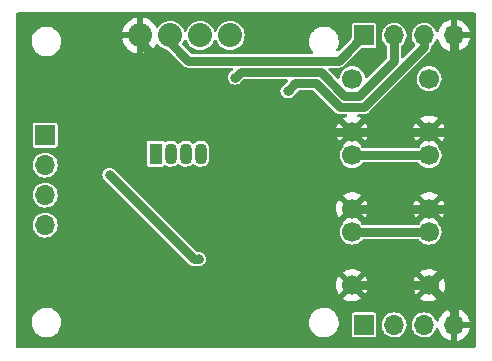
<source format=gbr>
%TF.GenerationSoftware,KiCad,Pcbnew,(6.0.1-0)*%
%TF.CreationDate,2022-03-07T18:18:46+09:00*%
%TF.ProjectId,qLAMP-lcd,714c414d-502d-46c6-9364-2e6b69636164,rev?*%
%TF.SameCoordinates,Original*%
%TF.FileFunction,Copper,L2,Bot*%
%TF.FilePolarity,Positive*%
%FSLAX46Y46*%
G04 Gerber Fmt 4.6, Leading zero omitted, Abs format (unit mm)*
G04 Created by KiCad (PCBNEW (6.0.1-0)) date 2022-03-07 18:18:46*
%MOMM*%
%LPD*%
G01*
G04 APERTURE LIST*
%TA.AperFunction,ComponentPad*%
%ADD10O,2.032000X2.032000*%
%TD*%
%TA.AperFunction,ComponentPad*%
%ADD11R,1.700000X1.700000*%
%TD*%
%TA.AperFunction,ComponentPad*%
%ADD12O,1.700000X1.700000*%
%TD*%
%TA.AperFunction,ComponentPad*%
%ADD13C,1.700000*%
%TD*%
%TA.AperFunction,ComponentPad*%
%ADD14R,1.064920X1.800000*%
%TD*%
%TA.AperFunction,ComponentPad*%
%ADD15O,1.064920X1.800000*%
%TD*%
%TA.AperFunction,ViaPad*%
%ADD16C,0.800000*%
%TD*%
%TA.AperFunction,Conductor*%
%ADD17C,0.762000*%
%TD*%
G04 APERTURE END LIST*
D10*
%TO.P,D2,4,SDA*%
%TO.N,SDA*%
X150600000Y-91260000D03*
%TO.P,D2,3,SCL*%
%TO.N,SCL*%
X148060000Y-91260000D03*
%TO.P,D2,2,VCC*%
%TO.N,VCC*%
X145520000Y-91260000D03*
%TO.P,D2,1,GND*%
%TO.N,GND*%
X142980000Y-91260000D03*
%TD*%
D11*
%TO.P,J1,1,Pin_1*%
%TO.N,VCC*%
X161940000Y-91260000D03*
D12*
%TO.P,J1,2,Pin_2*%
%TO.N,SCL*%
X164480000Y-91260000D03*
%TO.P,J1,3,Pin_3*%
%TO.N,SDA*%
X167020000Y-91260000D03*
%TO.P,J1,4,Pin_4*%
%TO.N,GND*%
X169560000Y-91260000D03*
%TD*%
D11*
%TO.P,J3,1,Pin_1*%
%TO.N,VCCL*%
X134940000Y-99700000D03*
D12*
%TO.P,J3,2,Pin_2*%
%TO.N,LED_R*%
X134940000Y-102240000D03*
%TO.P,J3,3,Pin_3*%
%TO.N,LED_G*%
X134940000Y-104779999D03*
%TO.P,J3,4,Pin_4*%
%TO.N,LED_B*%
X134940000Y-107320000D03*
%TD*%
D13*
%TO.P,SW3,1,1*%
%TO.N,TACT3*%
X160940000Y-107910000D03*
%TO.P,SW3,2,2*%
X167440000Y-107910000D03*
%TO.P,SW3,3,3*%
%TO.N,GND*%
X160940000Y-112410000D03*
%TO.P,SW3,4,4*%
X167440000Y-112410000D03*
%TD*%
D14*
%TO.P,D1,1,GK*%
%TO.N,Net-(D1-Pad1)*%
X144285005Y-101259996D03*
D15*
%TO.P,D1,2,BK*%
%TO.N,Net-(D1-Pad2)*%
X145555005Y-101259996D03*
%TO.P,D1,3,A*%
%TO.N,VCCL*%
X146825005Y-101259996D03*
%TO.P,D1,4,RK*%
%TO.N,Net-(D1-Pad4)*%
X148095005Y-101259996D03*
%TD*%
D13*
%TO.P,SW2,1,1*%
%TO.N,TACT2*%
X160940000Y-101410000D03*
%TO.P,SW2,2,2*%
X167440000Y-101410000D03*
%TO.P,SW2,3,3*%
%TO.N,GND*%
X160940000Y-105910000D03*
%TO.P,SW2,4,4*%
X167440000Y-105910000D03*
%TD*%
%TO.P,SW1,1,1*%
%TO.N,TACT1*%
X160940000Y-94910000D03*
%TO.P,SW1,2,2*%
X167440000Y-94910000D03*
%TO.P,SW1,3,3*%
%TO.N,GND*%
X160940000Y-99410000D03*
%TO.P,SW1,4,4*%
X167440000Y-99410000D03*
%TD*%
D11*
%TO.P,J2,1,Pin_1*%
%TO.N,TACT3*%
X161940000Y-115760000D03*
D12*
%TO.P,J2,2,Pin_2*%
%TO.N,TACT2*%
X164480000Y-115760000D03*
%TO.P,J2,3,Pin_3*%
%TO.N,TACT1*%
X167020000Y-115760000D03*
%TO.P,J2,4,Pin_4*%
%TO.N,GND*%
X169560000Y-115760000D03*
%TD*%
D16*
%TO.N,Net-(Q1-Pad1)*%
X147940000Y-110200000D03*
X140390000Y-103050000D03*
%TO.N,SCL*%
X151020000Y-94820000D03*
%TO.N,SDA*%
X155465774Y-95984226D03*
%TO.N,GND*%
X142840000Y-93290000D03*
X137090000Y-91290000D03*
X152320000Y-104110000D03*
X150110000Y-100770000D03*
X152320000Y-112030000D03*
X170590000Y-101760000D03*
X154480000Y-92110000D03*
X144210000Y-97970000D03*
X161030000Y-103520000D03*
X154080000Y-109200000D03*
X142470000Y-107400000D03*
X165540000Y-109260000D03*
X140360000Y-116570000D03*
X145570000Y-113490000D03*
X168350000Y-92710000D03*
X137990000Y-107780000D03*
X156440000Y-108070000D03*
X147530000Y-113260000D03*
X170310000Y-112740000D03*
X170710000Y-95910000D03*
X161140000Y-110140000D03*
X167870000Y-110380000D03*
X137450000Y-98400000D03*
X149760000Y-116670000D03*
X170650000Y-107500000D03*
X164530000Y-102650000D03*
X140280000Y-95180000D03*
X165180000Y-96200000D03*
X142760000Y-101050000D03*
X167470000Y-114180000D03*
X157470000Y-111360000D03*
X137180000Y-112680000D03*
X133750000Y-96320000D03*
X168140000Y-104290000D03*
X158890000Y-105820000D03*
X154910000Y-114600000D03*
X163600000Y-98170000D03*
X136860000Y-101130000D03*
X133950000Y-109090000D03*
X154200000Y-100740000D03*
X143890000Y-109950000D03*
X152350000Y-90850000D03*
X149520000Y-107910000D03*
X142980000Y-103630000D03*
%TD*%
D17*
%TO.N,Net-(Q1-Pad1)*%
X147940000Y-110200000D02*
X147540000Y-110200000D01*
X147540000Y-110200000D02*
X140390000Y-103050000D01*
%TO.N,VCC*%
X159809479Y-93390521D02*
X147050521Y-93390521D01*
X161940000Y-91260000D02*
X159809479Y-93390521D01*
X147050521Y-93390521D02*
X144920000Y-91260000D01*
%TO.N,SCL*%
X151484759Y-94355241D02*
X151020000Y-94820000D01*
X161533864Y-96343711D02*
X160278470Y-96343711D01*
X164480000Y-91260000D02*
X164480000Y-93397575D01*
X158290000Y-94355241D02*
X151484759Y-94355241D01*
X160278470Y-96343711D02*
X158290000Y-94355241D01*
X164480000Y-93397575D02*
X161533864Y-96343711D01*
%TO.N,SDA*%
X157890400Y-95319961D02*
X156130039Y-95319961D01*
X167020000Y-91260000D02*
X167020000Y-92221895D01*
X159878870Y-97308431D02*
X157890400Y-95319961D01*
X161933464Y-97308431D02*
X159878870Y-97308431D01*
X156130039Y-95319961D02*
X155465774Y-95984226D01*
X167020000Y-92221895D02*
X161933464Y-97308431D01*
%TO.N,TACT2*%
X167440000Y-101410000D02*
X160940000Y-101410000D01*
%TO.N,TACT3*%
X167440000Y-107910000D02*
X160940000Y-107910000D01*
%TO.N,GND*%
X145890000Y-109950000D02*
X147530000Y-111590000D01*
X142380000Y-91260000D02*
X150530000Y-99410000D01*
X169560000Y-99550000D02*
X169560000Y-91260000D01*
X167440000Y-105910000D02*
X169320000Y-105910000D01*
X169560000Y-105670000D02*
X169560000Y-99550000D01*
X169560000Y-110290000D02*
X169560000Y-105670000D01*
X169560000Y-114530000D02*
X167440000Y-112410000D01*
X169560000Y-115760000D02*
X169560000Y-114530000D01*
X147530000Y-111590000D02*
X147530000Y-113260000D01*
X169320000Y-105910000D02*
X169560000Y-105670000D01*
X150530000Y-99410000D02*
X160940000Y-99410000D01*
X167440000Y-99410000D02*
X169420000Y-99410000D01*
X160940000Y-105910000D02*
X167440000Y-105910000D01*
X160940000Y-112410000D02*
X167440000Y-112410000D01*
X167440000Y-112410000D02*
X169560000Y-110290000D01*
X143890000Y-109950000D02*
X145890000Y-109950000D01*
X169420000Y-99410000D02*
X169560000Y-99550000D01*
X160940000Y-99410000D02*
X167440000Y-99410000D01*
%TD*%
%TA.AperFunction,Conductor*%
%TO.N,GND*%
G36*
X171332121Y-89330002D02*
G01*
X171378614Y-89383658D01*
X171390000Y-89436000D01*
X171390000Y-117584000D01*
X171369998Y-117652121D01*
X171316342Y-117698614D01*
X171264000Y-117710000D01*
X132616000Y-117710000D01*
X132547879Y-117689998D01*
X132501386Y-117636342D01*
X132490000Y-117584000D01*
X132490000Y-115599438D01*
X133785066Y-115599438D01*
X133811883Y-115821044D01*
X133877519Y-116034400D01*
X133979901Y-116232759D01*
X133983310Y-116237201D01*
X133983312Y-116237205D01*
X134089036Y-116374987D01*
X134115790Y-116409854D01*
X134280893Y-116560086D01*
X134469990Y-116678707D01*
X134677105Y-116761966D01*
X134682593Y-116763103D01*
X134682598Y-116763104D01*
X134840053Y-116795711D01*
X134895690Y-116807233D01*
X134900303Y-116807499D01*
X134950526Y-116810395D01*
X134950530Y-116810395D01*
X134952349Y-116810500D01*
X135096630Y-116810500D01*
X135099417Y-116810251D01*
X135099423Y-116810251D01*
X135171792Y-116803792D01*
X135262339Y-116795711D01*
X135267753Y-116794230D01*
X135267758Y-116794229D01*
X135395104Y-116759390D01*
X135477651Y-116736808D01*
X135482709Y-116734396D01*
X135482713Y-116734394D01*
X135602393Y-116677309D01*
X135679129Y-116640708D01*
X135860405Y-116510448D01*
X135987987Y-116378794D01*
X136011846Y-116354174D01*
X136011848Y-116354171D01*
X136015749Y-116350146D01*
X136140250Y-116164868D01*
X136229974Y-115960471D01*
X136231282Y-115955023D01*
X136231284Y-115955017D01*
X136280775Y-115748872D01*
X136280775Y-115748871D01*
X136282085Y-115743415D01*
X136290386Y-115599438D01*
X157285066Y-115599438D01*
X157311883Y-115821044D01*
X157377519Y-116034400D01*
X157479901Y-116232759D01*
X157483310Y-116237201D01*
X157483312Y-116237205D01*
X157589036Y-116374987D01*
X157615790Y-116409854D01*
X157780893Y-116560086D01*
X157969990Y-116678707D01*
X158177105Y-116761966D01*
X158182593Y-116763103D01*
X158182598Y-116763104D01*
X158340053Y-116795711D01*
X158395690Y-116807233D01*
X158400303Y-116807499D01*
X158450526Y-116810395D01*
X158450530Y-116810395D01*
X158452349Y-116810500D01*
X158596630Y-116810500D01*
X158599417Y-116810251D01*
X158599423Y-116810251D01*
X158671792Y-116803792D01*
X158762339Y-116795711D01*
X158767753Y-116794230D01*
X158767758Y-116794229D01*
X158895104Y-116759390D01*
X158977651Y-116736808D01*
X158982709Y-116734396D01*
X158982713Y-116734394D01*
X159102393Y-116677309D01*
X159179129Y-116640708D01*
X159193942Y-116630064D01*
X160886300Y-116630064D01*
X160898119Y-116689480D01*
X160943140Y-116756860D01*
X160953455Y-116763752D01*
X160996024Y-116792195D01*
X161010520Y-116801881D01*
X161069936Y-116813700D01*
X162810064Y-116813700D01*
X162869480Y-116801881D01*
X162883977Y-116792195D01*
X162926545Y-116763752D01*
X162936860Y-116756860D01*
X162981881Y-116689480D01*
X162993700Y-116630064D01*
X162993700Y-115745217D01*
X163421305Y-115745217D01*
X163421821Y-115751361D01*
X163438080Y-115944994D01*
X163438081Y-115944999D01*
X163438596Y-115951133D01*
X163457906Y-116018475D01*
X163491260Y-116134791D01*
X163495555Y-116149770D01*
X163590010Y-116333560D01*
X163593835Y-116338386D01*
X163593837Y-116338389D01*
X163653467Y-116413623D01*
X163718364Y-116495503D01*
X163723057Y-116499497D01*
X163723058Y-116499498D01*
X163804370Y-116568699D01*
X163875730Y-116629431D01*
X164056111Y-116730243D01*
X164252639Y-116794099D01*
X164457826Y-116818566D01*
X164463961Y-116818094D01*
X164463963Y-116818094D01*
X164657715Y-116803185D01*
X164657718Y-116803184D01*
X164663858Y-116802712D01*
X164862887Y-116747143D01*
X165047332Y-116653973D01*
X165064311Y-116640708D01*
X165205307Y-116530550D01*
X165205308Y-116530549D01*
X165210168Y-116526752D01*
X165345191Y-116370325D01*
X165447260Y-116190652D01*
X165512486Y-115994575D01*
X165538385Y-115789563D01*
X165538798Y-115760000D01*
X165537348Y-115745217D01*
X165961305Y-115745217D01*
X165961821Y-115751361D01*
X165978080Y-115944994D01*
X165978081Y-115944999D01*
X165978596Y-115951133D01*
X165997906Y-116018475D01*
X166031260Y-116134791D01*
X166035555Y-116149770D01*
X166130010Y-116333560D01*
X166133835Y-116338386D01*
X166133837Y-116338389D01*
X166193467Y-116413623D01*
X166258364Y-116495503D01*
X166263057Y-116499497D01*
X166263058Y-116499498D01*
X166344370Y-116568699D01*
X166415730Y-116629431D01*
X166596111Y-116730243D01*
X166792639Y-116794099D01*
X166997826Y-116818566D01*
X167003961Y-116818094D01*
X167003963Y-116818094D01*
X167197715Y-116803185D01*
X167197718Y-116803184D01*
X167203858Y-116802712D01*
X167402887Y-116747143D01*
X167587332Y-116653973D01*
X167604311Y-116640708D01*
X167745307Y-116530550D01*
X167745308Y-116530549D01*
X167750168Y-116526752D01*
X167885191Y-116370325D01*
X167987260Y-116190652D01*
X168009858Y-116122720D01*
X168050338Y-116064398D01*
X168115926Y-116037218D01*
X168185796Y-116049812D01*
X168237766Y-116098182D01*
X168252332Y-116134791D01*
X168258566Y-116162451D01*
X168261645Y-116172275D01*
X168341770Y-116369603D01*
X168346413Y-116378794D01*
X168457694Y-116560388D01*
X168463777Y-116568699D01*
X168603213Y-116729667D01*
X168610580Y-116736883D01*
X168774434Y-116872916D01*
X168782881Y-116878831D01*
X168966756Y-116986279D01*
X168976042Y-116990729D01*
X169175001Y-117066703D01*
X169184899Y-117069579D01*
X169288250Y-117090606D01*
X169302299Y-117089410D01*
X169306000Y-117079065D01*
X169306000Y-117078517D01*
X169814000Y-117078517D01*
X169818064Y-117092359D01*
X169831478Y-117094393D01*
X169838184Y-117093534D01*
X169848262Y-117091392D01*
X170052255Y-117030191D01*
X170061842Y-117026433D01*
X170253095Y-116932739D01*
X170261945Y-116927464D01*
X170435328Y-116803792D01*
X170443200Y-116797139D01*
X170594052Y-116646812D01*
X170600730Y-116638965D01*
X170725003Y-116466020D01*
X170730313Y-116457183D01*
X170824670Y-116266267D01*
X170828469Y-116256672D01*
X170890377Y-116052910D01*
X170892555Y-116042837D01*
X170893986Y-116031962D01*
X170891775Y-116017778D01*
X170878617Y-116014000D01*
X169832115Y-116014000D01*
X169816876Y-116018475D01*
X169815671Y-116019865D01*
X169814000Y-116027548D01*
X169814000Y-117078517D01*
X169306000Y-117078517D01*
X169306000Y-115487885D01*
X169814000Y-115487885D01*
X169818475Y-115503124D01*
X169819865Y-115504329D01*
X169827548Y-115506000D01*
X170878344Y-115506000D01*
X170891875Y-115502027D01*
X170893180Y-115492947D01*
X170851214Y-115325875D01*
X170847894Y-115316124D01*
X170762972Y-115120814D01*
X170758105Y-115111739D01*
X170642426Y-114932926D01*
X170636136Y-114924757D01*
X170492806Y-114767240D01*
X170485273Y-114760215D01*
X170318139Y-114628222D01*
X170309552Y-114622517D01*
X170123117Y-114519599D01*
X170113705Y-114515369D01*
X169912959Y-114444280D01*
X169902988Y-114441646D01*
X169831837Y-114428972D01*
X169818540Y-114430432D01*
X169814000Y-114444989D01*
X169814000Y-115487885D01*
X169306000Y-115487885D01*
X169306000Y-114443102D01*
X169302082Y-114429758D01*
X169287806Y-114427771D01*
X169249324Y-114433660D01*
X169239288Y-114436051D01*
X169036868Y-114502212D01*
X169027359Y-114506209D01*
X168838463Y-114604542D01*
X168829738Y-114610036D01*
X168659433Y-114737905D01*
X168651726Y-114744748D01*
X168504590Y-114898717D01*
X168498104Y-114906727D01*
X168378098Y-115082649D01*
X168373000Y-115091623D01*
X168283338Y-115284783D01*
X168279775Y-115294470D01*
X168252612Y-115392415D01*
X168215133Y-115452713D01*
X168151004Y-115483176D01*
X168080586Y-115474133D01*
X168026236Y-115428454D01*
X168010573Y-115395162D01*
X168004964Y-115376585D01*
X167998907Y-115356523D01*
X167901895Y-115174070D01*
X167898005Y-115169300D01*
X167898002Y-115169296D01*
X167775187Y-115018710D01*
X167775184Y-115018707D01*
X167771292Y-115013935D01*
X167766543Y-115010006D01*
X167616822Y-114886146D01*
X167616819Y-114886144D01*
X167612072Y-114882217D01*
X167430301Y-114783933D01*
X167303714Y-114744748D01*
X167238788Y-114724650D01*
X167238785Y-114724649D01*
X167232901Y-114722828D01*
X167226776Y-114722184D01*
X167226775Y-114722184D01*
X167033520Y-114701872D01*
X167033519Y-114701872D01*
X167027392Y-114701228D01*
X166900582Y-114712768D01*
X166827742Y-114719397D01*
X166827741Y-114719397D01*
X166821601Y-114719956D01*
X166623367Y-114778300D01*
X166440241Y-114874036D01*
X166279198Y-115003518D01*
X166275239Y-115008236D01*
X166275238Y-115008237D01*
X166188389Y-115111739D01*
X166146371Y-115161814D01*
X166143408Y-115167203D01*
X166143405Y-115167208D01*
X166067913Y-115304528D01*
X166046821Y-115342895D01*
X165984339Y-115539864D01*
X165983653Y-115545981D01*
X165983652Y-115545985D01*
X165977031Y-115605015D01*
X165961305Y-115745217D01*
X165537348Y-115745217D01*
X165518633Y-115554345D01*
X165503169Y-115503124D01*
X165460688Y-115362422D01*
X165460687Y-115362420D01*
X165458907Y-115356523D01*
X165361895Y-115174070D01*
X165358005Y-115169300D01*
X165358002Y-115169296D01*
X165235187Y-115018710D01*
X165235184Y-115018707D01*
X165231292Y-115013935D01*
X165226543Y-115010006D01*
X165076822Y-114886146D01*
X165076819Y-114886144D01*
X165072072Y-114882217D01*
X164890301Y-114783933D01*
X164763714Y-114744748D01*
X164698788Y-114724650D01*
X164698785Y-114724649D01*
X164692901Y-114722828D01*
X164686776Y-114722184D01*
X164686775Y-114722184D01*
X164493520Y-114701872D01*
X164493519Y-114701872D01*
X164487392Y-114701228D01*
X164360582Y-114712768D01*
X164287742Y-114719397D01*
X164287741Y-114719397D01*
X164281601Y-114719956D01*
X164083367Y-114778300D01*
X163900241Y-114874036D01*
X163739198Y-115003518D01*
X163735239Y-115008236D01*
X163735238Y-115008237D01*
X163648389Y-115111739D01*
X163606371Y-115161814D01*
X163603408Y-115167203D01*
X163603405Y-115167208D01*
X163527913Y-115304528D01*
X163506821Y-115342895D01*
X163444339Y-115539864D01*
X163443653Y-115545981D01*
X163443652Y-115545985D01*
X163437031Y-115605015D01*
X163421305Y-115745217D01*
X162993700Y-115745217D01*
X162993700Y-114889936D01*
X162981881Y-114830520D01*
X162936860Y-114763140D01*
X162869480Y-114718119D01*
X162810064Y-114706300D01*
X161069936Y-114706300D01*
X161010520Y-114718119D01*
X160943140Y-114763140D01*
X160898119Y-114830520D01*
X160886300Y-114889936D01*
X160886300Y-116630064D01*
X159193942Y-116630064D01*
X159360405Y-116510448D01*
X159487987Y-116378794D01*
X159511846Y-116354174D01*
X159511848Y-116354171D01*
X159515749Y-116350146D01*
X159640250Y-116164868D01*
X159729974Y-115960471D01*
X159731282Y-115955023D01*
X159731284Y-115955017D01*
X159780775Y-115748872D01*
X159780775Y-115748871D01*
X159782085Y-115743415D01*
X159794934Y-115520562D01*
X159768117Y-115298956D01*
X159702481Y-115085600D01*
X159665492Y-115013935D01*
X159602672Y-114892226D01*
X159600099Y-114887241D01*
X159596690Y-114882799D01*
X159596688Y-114882795D01*
X159467620Y-114714590D01*
X159464210Y-114710146D01*
X159299107Y-114559914D01*
X159110010Y-114441293D01*
X158902895Y-114358034D01*
X158897407Y-114356897D01*
X158897402Y-114356896D01*
X158732845Y-114322818D01*
X158684310Y-114312767D01*
X158679697Y-114312501D01*
X158629474Y-114309605D01*
X158629470Y-114309605D01*
X158627651Y-114309500D01*
X158483370Y-114309500D01*
X158480583Y-114309749D01*
X158480577Y-114309749D01*
X158411003Y-114315959D01*
X158317661Y-114324289D01*
X158312247Y-114325770D01*
X158312242Y-114325771D01*
X158198470Y-114356896D01*
X158102349Y-114383192D01*
X158097291Y-114385604D01*
X158097287Y-114385606D01*
X158008887Y-114427771D01*
X157900871Y-114479292D01*
X157719595Y-114609552D01*
X157654752Y-114676465D01*
X157573592Y-114760215D01*
X157564251Y-114769854D01*
X157439750Y-114955132D01*
X157437491Y-114960278D01*
X157437490Y-114960280D01*
X157415662Y-115010006D01*
X157350026Y-115159529D01*
X157348718Y-115164977D01*
X157348716Y-115164983D01*
X157301316Y-115362420D01*
X157297915Y-115376585D01*
X157285066Y-115599438D01*
X136290386Y-115599438D01*
X136294934Y-115520562D01*
X136268117Y-115298956D01*
X136202481Y-115085600D01*
X136165492Y-115013935D01*
X136102672Y-114892226D01*
X136100099Y-114887241D01*
X136096690Y-114882799D01*
X136096688Y-114882795D01*
X135967620Y-114714590D01*
X135964210Y-114710146D01*
X135799107Y-114559914D01*
X135610010Y-114441293D01*
X135402895Y-114358034D01*
X135397407Y-114356897D01*
X135397402Y-114356896D01*
X135232845Y-114322818D01*
X135184310Y-114312767D01*
X135179697Y-114312501D01*
X135129474Y-114309605D01*
X135129470Y-114309605D01*
X135127651Y-114309500D01*
X134983370Y-114309500D01*
X134980583Y-114309749D01*
X134980577Y-114309749D01*
X134911003Y-114315959D01*
X134817661Y-114324289D01*
X134812247Y-114325770D01*
X134812242Y-114325771D01*
X134698470Y-114356896D01*
X134602349Y-114383192D01*
X134597291Y-114385604D01*
X134597287Y-114385606D01*
X134508887Y-114427771D01*
X134400871Y-114479292D01*
X134219595Y-114609552D01*
X134154752Y-114676465D01*
X134073592Y-114760215D01*
X134064251Y-114769854D01*
X133939750Y-114955132D01*
X133937491Y-114960278D01*
X133937490Y-114960280D01*
X133915662Y-115010006D01*
X133850026Y-115159529D01*
X133848718Y-115164977D01*
X133848716Y-115164983D01*
X133801316Y-115362420D01*
X133797915Y-115376585D01*
X133785066Y-115599438D01*
X132490000Y-115599438D01*
X132490000Y-113534853D01*
X160179977Y-113534853D01*
X160185258Y-113541907D01*
X160346756Y-113636279D01*
X160356042Y-113640729D01*
X160555001Y-113716703D01*
X160564899Y-113719579D01*
X160773595Y-113762038D01*
X160783823Y-113763257D01*
X160996650Y-113771062D01*
X161006936Y-113770595D01*
X161218185Y-113743534D01*
X161228262Y-113741392D01*
X161432255Y-113680191D01*
X161441842Y-113676433D01*
X161633098Y-113582738D01*
X161641944Y-113577465D01*
X161689247Y-113543723D01*
X161696211Y-113534853D01*
X166679977Y-113534853D01*
X166685258Y-113541907D01*
X166846756Y-113636279D01*
X166856042Y-113640729D01*
X167055001Y-113716703D01*
X167064899Y-113719579D01*
X167273595Y-113762038D01*
X167283823Y-113763257D01*
X167496650Y-113771062D01*
X167506936Y-113770595D01*
X167718185Y-113743534D01*
X167728262Y-113741392D01*
X167932255Y-113680191D01*
X167941842Y-113676433D01*
X168133098Y-113582738D01*
X168141944Y-113577465D01*
X168189247Y-113543723D01*
X168197648Y-113533023D01*
X168190660Y-113519870D01*
X167452812Y-112782022D01*
X167438868Y-112774408D01*
X167437035Y-112774539D01*
X167430420Y-112778790D01*
X166686737Y-113522473D01*
X166679977Y-113534853D01*
X161696211Y-113534853D01*
X161697648Y-113533023D01*
X161690660Y-113519870D01*
X160952812Y-112782022D01*
X160938868Y-112774408D01*
X160937035Y-112774539D01*
X160930420Y-112778790D01*
X160186737Y-113522473D01*
X160179977Y-113534853D01*
X132490000Y-113534853D01*
X132490000Y-112381863D01*
X159578050Y-112381863D01*
X159590309Y-112594477D01*
X159591745Y-112604697D01*
X159638565Y-112812446D01*
X159641645Y-112822275D01*
X159721770Y-113019603D01*
X159726413Y-113028794D01*
X159806460Y-113159420D01*
X159816916Y-113168880D01*
X159825694Y-113165096D01*
X160567978Y-112422812D01*
X160574356Y-112411132D01*
X161304408Y-112411132D01*
X161304539Y-112412965D01*
X161308790Y-112419580D01*
X162050474Y-113161264D01*
X162062484Y-113167823D01*
X162074223Y-113158855D01*
X162105004Y-113116019D01*
X162110315Y-113107180D01*
X162204670Y-112916267D01*
X162208469Y-112906672D01*
X162270376Y-112702915D01*
X162272555Y-112692834D01*
X162300590Y-112479887D01*
X162301109Y-112473212D01*
X162302572Y-112413364D01*
X162302378Y-112406646D01*
X162300341Y-112381863D01*
X166078050Y-112381863D01*
X166090309Y-112594477D01*
X166091745Y-112604697D01*
X166138565Y-112812446D01*
X166141645Y-112822275D01*
X166221770Y-113019603D01*
X166226413Y-113028794D01*
X166306460Y-113159420D01*
X166316916Y-113168880D01*
X166325694Y-113165096D01*
X167067978Y-112422812D01*
X167074356Y-112411132D01*
X167804408Y-112411132D01*
X167804539Y-112412965D01*
X167808790Y-112419580D01*
X168550474Y-113161264D01*
X168562484Y-113167823D01*
X168574223Y-113158855D01*
X168605004Y-113116019D01*
X168610315Y-113107180D01*
X168704670Y-112916267D01*
X168708469Y-112906672D01*
X168770376Y-112702915D01*
X168772555Y-112692834D01*
X168800590Y-112479887D01*
X168801109Y-112473212D01*
X168802572Y-112413364D01*
X168802378Y-112406646D01*
X168784781Y-112192604D01*
X168783096Y-112182424D01*
X168731214Y-111975875D01*
X168727894Y-111966124D01*
X168642972Y-111770814D01*
X168638105Y-111761739D01*
X168573063Y-111661197D01*
X168562377Y-111651995D01*
X168552812Y-111656398D01*
X167812022Y-112397188D01*
X167804408Y-112411132D01*
X167074356Y-112411132D01*
X167075592Y-112408868D01*
X167075461Y-112407035D01*
X167071210Y-112400420D01*
X166329849Y-111659059D01*
X166318313Y-111652759D01*
X166306031Y-111662382D01*
X166258089Y-111732662D01*
X166253004Y-111741613D01*
X166163338Y-111934783D01*
X166159775Y-111944470D01*
X166102864Y-112149681D01*
X166100933Y-112159800D01*
X166078302Y-112371574D01*
X166078050Y-112381863D01*
X162300341Y-112381863D01*
X162284781Y-112192604D01*
X162283096Y-112182424D01*
X162231214Y-111975875D01*
X162227894Y-111966124D01*
X162142972Y-111770814D01*
X162138105Y-111761739D01*
X162073063Y-111661197D01*
X162062377Y-111651995D01*
X162052812Y-111656398D01*
X161312022Y-112397188D01*
X161304408Y-112411132D01*
X160574356Y-112411132D01*
X160575592Y-112408868D01*
X160575461Y-112407035D01*
X160571210Y-112400420D01*
X159829849Y-111659059D01*
X159818313Y-111652759D01*
X159806031Y-111662382D01*
X159758089Y-111732662D01*
X159753004Y-111741613D01*
X159663338Y-111934783D01*
X159659775Y-111944470D01*
X159602864Y-112149681D01*
X159600933Y-112159800D01*
X159578302Y-112371574D01*
X159578050Y-112381863D01*
X132490000Y-112381863D01*
X132490000Y-111286427D01*
X160181223Y-111286427D01*
X160187968Y-111298758D01*
X160927188Y-112037978D01*
X160941132Y-112045592D01*
X160942965Y-112045461D01*
X160949580Y-112041210D01*
X161693389Y-111297401D01*
X161699382Y-111286427D01*
X166681223Y-111286427D01*
X166687968Y-111298758D01*
X167427188Y-112037978D01*
X167441132Y-112045592D01*
X167442965Y-112045461D01*
X167449580Y-112041210D01*
X168193389Y-111297401D01*
X168200410Y-111284544D01*
X168193611Y-111275213D01*
X168189554Y-111272518D01*
X168003117Y-111169599D01*
X167993705Y-111165369D01*
X167792959Y-111094280D01*
X167782989Y-111091646D01*
X167573327Y-111054301D01*
X167563073Y-111053331D01*
X167350116Y-111050728D01*
X167339832Y-111051448D01*
X167129321Y-111083661D01*
X167119293Y-111086050D01*
X166916868Y-111152212D01*
X166907359Y-111156209D01*
X166718466Y-111254540D01*
X166709734Y-111260039D01*
X166689677Y-111275099D01*
X166681223Y-111286427D01*
X161699382Y-111286427D01*
X161700410Y-111284544D01*
X161693611Y-111275213D01*
X161689554Y-111272518D01*
X161503117Y-111169599D01*
X161493705Y-111165369D01*
X161292959Y-111094280D01*
X161282989Y-111091646D01*
X161073327Y-111054301D01*
X161063073Y-111053331D01*
X160850116Y-111050728D01*
X160839832Y-111051448D01*
X160629321Y-111083661D01*
X160619293Y-111086050D01*
X160416868Y-111152212D01*
X160407359Y-111156209D01*
X160218466Y-111254540D01*
X160209734Y-111260039D01*
X160189677Y-111275099D01*
X160181223Y-111286427D01*
X132490000Y-111286427D01*
X132490000Y-107305217D01*
X133881305Y-107305217D01*
X133881821Y-107311361D01*
X133898080Y-107504994D01*
X133898081Y-107504999D01*
X133898596Y-107511133D01*
X133900294Y-107517053D01*
X133952307Y-107698442D01*
X133955555Y-107709770D01*
X134050010Y-107893560D01*
X134053835Y-107898386D01*
X134053837Y-107898389D01*
X134083678Y-107936039D01*
X134178364Y-108055503D01*
X134335730Y-108189431D01*
X134516111Y-108290243D01*
X134712639Y-108354099D01*
X134917826Y-108378566D01*
X134923961Y-108378094D01*
X134923963Y-108378094D01*
X135117715Y-108363185D01*
X135117718Y-108363184D01*
X135123858Y-108362712D01*
X135322887Y-108307143D01*
X135507332Y-108213973D01*
X135534899Y-108192436D01*
X135665307Y-108090550D01*
X135665308Y-108090549D01*
X135670168Y-108086752D01*
X135805191Y-107930325D01*
X135814737Y-107913522D01*
X135904213Y-107756015D01*
X135907260Y-107750652D01*
X135972486Y-107554575D01*
X135998385Y-107349563D01*
X135998798Y-107320000D01*
X135978633Y-107114345D01*
X135973162Y-107096222D01*
X135920688Y-106922422D01*
X135918907Y-106916523D01*
X135821895Y-106734070D01*
X135818005Y-106729300D01*
X135818002Y-106729296D01*
X135695187Y-106578710D01*
X135695184Y-106578707D01*
X135691292Y-106573935D01*
X135686543Y-106570006D01*
X135536822Y-106446146D01*
X135536819Y-106446144D01*
X135532072Y-106442217D01*
X135350301Y-106343933D01*
X135248582Y-106312446D01*
X135158788Y-106284650D01*
X135158785Y-106284649D01*
X135152901Y-106282828D01*
X135146776Y-106282184D01*
X135146775Y-106282184D01*
X134953520Y-106261872D01*
X134953519Y-106261872D01*
X134947392Y-106261228D01*
X134820582Y-106272768D01*
X134747742Y-106279397D01*
X134747741Y-106279397D01*
X134741601Y-106279956D01*
X134543367Y-106338300D01*
X134360241Y-106434036D01*
X134199198Y-106563518D01*
X134066371Y-106721814D01*
X134063408Y-106727203D01*
X134063405Y-106727208D01*
X134059633Y-106734070D01*
X133966821Y-106902895D01*
X133904339Y-107099864D01*
X133903653Y-107105981D01*
X133903652Y-107105985D01*
X133884253Y-107278936D01*
X133881305Y-107305217D01*
X132490000Y-107305217D01*
X132490000Y-104765216D01*
X133881305Y-104765216D01*
X133882252Y-104776494D01*
X133898080Y-104964993D01*
X133898081Y-104964998D01*
X133898596Y-104971132D01*
X133900294Y-104977052D01*
X133953437Y-105162382D01*
X133955555Y-105169769D01*
X134050010Y-105353559D01*
X134053835Y-105358385D01*
X134053837Y-105358388D01*
X134146956Y-105475875D01*
X134178364Y-105515502D01*
X134335730Y-105649430D01*
X134516111Y-105750242D01*
X134712639Y-105814098D01*
X134917826Y-105838565D01*
X134923961Y-105838093D01*
X134923963Y-105838093D01*
X135117715Y-105823184D01*
X135117718Y-105823183D01*
X135123858Y-105822711D01*
X135322887Y-105767142D01*
X135507332Y-105673972D01*
X135525472Y-105659800D01*
X135665307Y-105550549D01*
X135665308Y-105550548D01*
X135670168Y-105546751D01*
X135805191Y-105390324D01*
X135907260Y-105210651D01*
X135972486Y-105014574D01*
X135998385Y-104809562D01*
X135998798Y-104779999D01*
X135978633Y-104574344D01*
X135918907Y-104376522D01*
X135821895Y-104194069D01*
X135818005Y-104189299D01*
X135818002Y-104189295D01*
X135695187Y-104038709D01*
X135695184Y-104038706D01*
X135691292Y-104033934D01*
X135686543Y-104030005D01*
X135536822Y-103906145D01*
X135536819Y-103906143D01*
X135532072Y-103902216D01*
X135350301Y-103803932D01*
X135251601Y-103773380D01*
X135158788Y-103744649D01*
X135158785Y-103744648D01*
X135152901Y-103742827D01*
X135146776Y-103742183D01*
X135146775Y-103742183D01*
X134953520Y-103721871D01*
X134953519Y-103721871D01*
X134947392Y-103721227D01*
X134820582Y-103732767D01*
X134747742Y-103739396D01*
X134747741Y-103739396D01*
X134741601Y-103739955D01*
X134543367Y-103798299D01*
X134360241Y-103894035D01*
X134199198Y-104023517D01*
X134066371Y-104181813D01*
X134063408Y-104187202D01*
X134063405Y-104187207D01*
X134059633Y-104194069D01*
X133966821Y-104362894D01*
X133904339Y-104559863D01*
X133903653Y-104565980D01*
X133903652Y-104565984D01*
X133881992Y-104759091D01*
X133881305Y-104765216D01*
X132490000Y-104765216D01*
X132490000Y-102225217D01*
X133881305Y-102225217D01*
X133881821Y-102231361D01*
X133898080Y-102424994D01*
X133898081Y-102424999D01*
X133898596Y-102431133D01*
X133907092Y-102460761D01*
X133952592Y-102619436D01*
X133955555Y-102629770D01*
X134050010Y-102813560D01*
X134053835Y-102818386D01*
X134053837Y-102818389D01*
X134174535Y-102970672D01*
X134178364Y-102975503D01*
X134335730Y-103109431D01*
X134516111Y-103210243D01*
X134712639Y-103274099D01*
X134917826Y-103298566D01*
X134923961Y-103298094D01*
X134923963Y-103298094D01*
X135117715Y-103283185D01*
X135117718Y-103283184D01*
X135123858Y-103282712D01*
X135322887Y-103227143D01*
X135507332Y-103133973D01*
X135534899Y-103112436D01*
X135614813Y-103050000D01*
X139781091Y-103050000D01*
X139801839Y-103207597D01*
X139862669Y-103354454D01*
X139959436Y-103480564D01*
X140085545Y-103577331D01*
X140085990Y-103577515D01*
X140105915Y-103592805D01*
X147093613Y-110580503D01*
X147104480Y-110592894D01*
X147122987Y-110617013D01*
X147129537Y-110622039D01*
X147129538Y-110622040D01*
X147140647Y-110630564D01*
X147191029Y-110669223D01*
X147245127Y-110710734D01*
X147285196Y-110727331D01*
X147387363Y-110769650D01*
X147395551Y-110770728D01*
X147501676Y-110784700D01*
X147501681Y-110784700D01*
X147540000Y-110789745D01*
X147548188Y-110788667D01*
X147570133Y-110785778D01*
X147586579Y-110784700D01*
X147757063Y-110784700D01*
X147781961Y-110787978D01*
X147782403Y-110788161D01*
X147790587Y-110789238D01*
X147790589Y-110789239D01*
X147931812Y-110807831D01*
X147940000Y-110808909D01*
X147948188Y-110807831D01*
X148089409Y-110789239D01*
X148097597Y-110788161D01*
X148105224Y-110785002D01*
X148105227Y-110785001D01*
X148171026Y-110757746D01*
X148244455Y-110727331D01*
X148370564Y-110630564D01*
X148467331Y-110504454D01*
X148528161Y-110357597D01*
X148548909Y-110200000D01*
X148528161Y-110042403D01*
X148467331Y-109895546D01*
X148370564Y-109769436D01*
X148244455Y-109672669D01*
X148171026Y-109642254D01*
X148105227Y-109614999D01*
X148105224Y-109614998D01*
X148097597Y-109611839D01*
X147940000Y-109591091D01*
X147917598Y-109594040D01*
X147840760Y-109604156D01*
X147770611Y-109593217D01*
X147735219Y-109568329D01*
X146062107Y-107895217D01*
X159881305Y-107895217D01*
X159881821Y-107901361D01*
X159898080Y-108094994D01*
X159898081Y-108094999D01*
X159898596Y-108101133D01*
X159955555Y-108299770D01*
X160050010Y-108483560D01*
X160053835Y-108488386D01*
X160053837Y-108488389D01*
X160174535Y-108640672D01*
X160178364Y-108645503D01*
X160335730Y-108779431D01*
X160516111Y-108880243D01*
X160712639Y-108944099D01*
X160917826Y-108968566D01*
X160923961Y-108968094D01*
X160923963Y-108968094D01*
X161117715Y-108953185D01*
X161117718Y-108953184D01*
X161123858Y-108952712D01*
X161322887Y-108897143D01*
X161507332Y-108803973D01*
X161534899Y-108782436D01*
X161665307Y-108680550D01*
X161665308Y-108680549D01*
X161670168Y-108676752D01*
X161789616Y-108538369D01*
X161849269Y-108499872D01*
X161884998Y-108494700D01*
X166497928Y-108494700D01*
X166566049Y-108514702D01*
X166596673Y-108542435D01*
X166678364Y-108645503D01*
X166835730Y-108779431D01*
X167016111Y-108880243D01*
X167212639Y-108944099D01*
X167417826Y-108968566D01*
X167423961Y-108968094D01*
X167423963Y-108968094D01*
X167617715Y-108953185D01*
X167617718Y-108953184D01*
X167623858Y-108952712D01*
X167822887Y-108897143D01*
X168007332Y-108803973D01*
X168034899Y-108782436D01*
X168165307Y-108680550D01*
X168165308Y-108680549D01*
X168170168Y-108676752D01*
X168305191Y-108520325D01*
X168308386Y-108514702D01*
X168343303Y-108453237D01*
X168407260Y-108340652D01*
X168472486Y-108144575D01*
X168498385Y-107939563D01*
X168498798Y-107910000D01*
X168478633Y-107704345D01*
X168418907Y-107506523D01*
X168370401Y-107415297D01*
X168324789Y-107329512D01*
X168324787Y-107329509D01*
X168321895Y-107324070D01*
X168318001Y-107319295D01*
X168317998Y-107319291D01*
X168205889Y-107181831D01*
X168178335Y-107116400D01*
X168190531Y-107046458D01*
X168198262Y-107034180D01*
X168190660Y-107019870D01*
X167452812Y-106282022D01*
X167438868Y-106274408D01*
X167437035Y-106274539D01*
X167430420Y-106278790D01*
X166686737Y-107022473D01*
X166679123Y-107036417D01*
X166679240Y-107038066D01*
X166700931Y-107096222D01*
X166685839Y-107165596D01*
X166671773Y-107186202D01*
X166592821Y-107280292D01*
X166533711Y-107319618D01*
X166496300Y-107325300D01*
X161882728Y-107325300D01*
X161814607Y-107305298D01*
X161785085Y-107278936D01*
X161705889Y-107181832D01*
X161678335Y-107116400D01*
X161690530Y-107046459D01*
X161698262Y-107034180D01*
X161690660Y-107019870D01*
X160952812Y-106282022D01*
X160938868Y-106274408D01*
X160937035Y-106274539D01*
X160930420Y-106278790D01*
X160186737Y-107022473D01*
X160179123Y-107036417D01*
X160179240Y-107038066D01*
X160200931Y-107096222D01*
X160185839Y-107165596D01*
X160171774Y-107186200D01*
X160066371Y-107311814D01*
X160063408Y-107317203D01*
X160063405Y-107317208D01*
X159969788Y-107487498D01*
X159966821Y-107492895D01*
X159904339Y-107689864D01*
X159903653Y-107695981D01*
X159903652Y-107695985D01*
X159896919Y-107756015D01*
X159881305Y-107895217D01*
X146062107Y-107895217D01*
X144048753Y-105881863D01*
X159578050Y-105881863D01*
X159590309Y-106094477D01*
X159591745Y-106104697D01*
X159638565Y-106312446D01*
X159641645Y-106322275D01*
X159721770Y-106519603D01*
X159726413Y-106528794D01*
X159806460Y-106659420D01*
X159816916Y-106668880D01*
X159825694Y-106665096D01*
X160567978Y-105922812D01*
X160574356Y-105911132D01*
X161304408Y-105911132D01*
X161304539Y-105912965D01*
X161308790Y-105919580D01*
X162050474Y-106661264D01*
X162062484Y-106667823D01*
X162074223Y-106658855D01*
X162105004Y-106616019D01*
X162110315Y-106607180D01*
X162204670Y-106416267D01*
X162208469Y-106406672D01*
X162270376Y-106202915D01*
X162272555Y-106192834D01*
X162300590Y-105979887D01*
X162301109Y-105973212D01*
X162302572Y-105913364D01*
X162302378Y-105906646D01*
X162300341Y-105881863D01*
X166078050Y-105881863D01*
X166090309Y-106094477D01*
X166091745Y-106104697D01*
X166138565Y-106312446D01*
X166141645Y-106322275D01*
X166221770Y-106519603D01*
X166226413Y-106528794D01*
X166306460Y-106659420D01*
X166316916Y-106668880D01*
X166325694Y-106665096D01*
X167067978Y-105922812D01*
X167074356Y-105911132D01*
X167804408Y-105911132D01*
X167804539Y-105912965D01*
X167808790Y-105919580D01*
X168550474Y-106661264D01*
X168562484Y-106667823D01*
X168574223Y-106658855D01*
X168605004Y-106616019D01*
X168610315Y-106607180D01*
X168704670Y-106416267D01*
X168708469Y-106406672D01*
X168770376Y-106202915D01*
X168772555Y-106192834D01*
X168800590Y-105979887D01*
X168801109Y-105973212D01*
X168802572Y-105913364D01*
X168802378Y-105906646D01*
X168784781Y-105692604D01*
X168783096Y-105682424D01*
X168731214Y-105475875D01*
X168727894Y-105466124D01*
X168642972Y-105270814D01*
X168638105Y-105261739D01*
X168573063Y-105161197D01*
X168562377Y-105151995D01*
X168552812Y-105156398D01*
X167812022Y-105897188D01*
X167804408Y-105911132D01*
X167074356Y-105911132D01*
X167075592Y-105908868D01*
X167075461Y-105907035D01*
X167071210Y-105900420D01*
X166329849Y-105159059D01*
X166318313Y-105152759D01*
X166306031Y-105162382D01*
X166258089Y-105232662D01*
X166253004Y-105241613D01*
X166163338Y-105434783D01*
X166159775Y-105444470D01*
X166102864Y-105649681D01*
X166100933Y-105659800D01*
X166078302Y-105871574D01*
X166078050Y-105881863D01*
X162300341Y-105881863D01*
X162284781Y-105692604D01*
X162283096Y-105682424D01*
X162231214Y-105475875D01*
X162227894Y-105466124D01*
X162142972Y-105270814D01*
X162138105Y-105261739D01*
X162073063Y-105161197D01*
X162062377Y-105151995D01*
X162052812Y-105156398D01*
X161312022Y-105897188D01*
X161304408Y-105911132D01*
X160574356Y-105911132D01*
X160575592Y-105908868D01*
X160575461Y-105907035D01*
X160571210Y-105900420D01*
X159829849Y-105159059D01*
X159818313Y-105152759D01*
X159806031Y-105162382D01*
X159758089Y-105232662D01*
X159753004Y-105241613D01*
X159663338Y-105434783D01*
X159659775Y-105444470D01*
X159602864Y-105649681D01*
X159600933Y-105659800D01*
X159578302Y-105871574D01*
X159578050Y-105881863D01*
X144048753Y-105881863D01*
X142953317Y-104786427D01*
X160181223Y-104786427D01*
X160187968Y-104798758D01*
X160927188Y-105537978D01*
X160941132Y-105545592D01*
X160942965Y-105545461D01*
X160949580Y-105541210D01*
X161693389Y-104797401D01*
X161699382Y-104786427D01*
X166681223Y-104786427D01*
X166687968Y-104798758D01*
X167427188Y-105537978D01*
X167441132Y-105545592D01*
X167442965Y-105545461D01*
X167449580Y-105541210D01*
X168193389Y-104797401D01*
X168200410Y-104784544D01*
X168193611Y-104775213D01*
X168189554Y-104772518D01*
X168003117Y-104669599D01*
X167993705Y-104665369D01*
X167792959Y-104594280D01*
X167782989Y-104591646D01*
X167573327Y-104554301D01*
X167563073Y-104553331D01*
X167350116Y-104550728D01*
X167339832Y-104551448D01*
X167129321Y-104583661D01*
X167119293Y-104586050D01*
X166916868Y-104652212D01*
X166907359Y-104656209D01*
X166718466Y-104754540D01*
X166709734Y-104760039D01*
X166689677Y-104775099D01*
X166681223Y-104786427D01*
X161699382Y-104786427D01*
X161700410Y-104784544D01*
X161693611Y-104775213D01*
X161689554Y-104772518D01*
X161503117Y-104669599D01*
X161493705Y-104665369D01*
X161292959Y-104594280D01*
X161282989Y-104591646D01*
X161073327Y-104554301D01*
X161063073Y-104553331D01*
X160850116Y-104550728D01*
X160839832Y-104551448D01*
X160629321Y-104583661D01*
X160619293Y-104586050D01*
X160416868Y-104652212D01*
X160407359Y-104656209D01*
X160218466Y-104754540D01*
X160209734Y-104760039D01*
X160189677Y-104775099D01*
X160181223Y-104786427D01*
X142953317Y-104786427D01*
X140932805Y-102765915D01*
X140917514Y-102745989D01*
X140917331Y-102745546D01*
X140820564Y-102619436D01*
X140694455Y-102522669D01*
X140563570Y-102468455D01*
X140555227Y-102464999D01*
X140555224Y-102464998D01*
X140547597Y-102461839D01*
X140390000Y-102441091D01*
X140232403Y-102461839D01*
X140224776Y-102464998D01*
X140224773Y-102464999D01*
X140201655Y-102474575D01*
X140085546Y-102522669D01*
X139959436Y-102619436D01*
X139862669Y-102745546D01*
X139859509Y-102753176D01*
X139821488Y-102844967D01*
X139801839Y-102892403D01*
X139781091Y-103050000D01*
X135614813Y-103050000D01*
X135665307Y-103010550D01*
X135665308Y-103010549D01*
X135670168Y-103006752D01*
X135805191Y-102850325D01*
X135907260Y-102670652D01*
X135972486Y-102474575D01*
X135998385Y-102269563D01*
X135998798Y-102240000D01*
X135992921Y-102180060D01*
X143548845Y-102180060D01*
X143560664Y-102239476D01*
X143605685Y-102306856D01*
X143673065Y-102351877D01*
X143732481Y-102363696D01*
X144837529Y-102363696D01*
X144896945Y-102351877D01*
X144964325Y-102306856D01*
X144980925Y-102282012D01*
X145035402Y-102236484D01*
X145105845Y-102227635D01*
X145148974Y-102243058D01*
X145259463Y-102307235D01*
X145423755Y-102356994D01*
X145595087Y-102367623D01*
X145602302Y-102366383D01*
X145602306Y-102366383D01*
X145757048Y-102339794D01*
X145757050Y-102339793D01*
X145764269Y-102338553D01*
X145838761Y-102306856D01*
X145915488Y-102274208D01*
X145915490Y-102274207D01*
X145922225Y-102271341D01*
X146060483Y-102169595D01*
X146093098Y-102131204D01*
X146152446Y-102092241D01*
X146223439Y-102091548D01*
X146275775Y-102121312D01*
X146375711Y-102215982D01*
X146381025Y-102221016D01*
X146529463Y-102307235D01*
X146693755Y-102356994D01*
X146865087Y-102367623D01*
X146872302Y-102366383D01*
X146872306Y-102366383D01*
X147027048Y-102339794D01*
X147027050Y-102339793D01*
X147034269Y-102338553D01*
X147108761Y-102306856D01*
X147185488Y-102274208D01*
X147185490Y-102274207D01*
X147192225Y-102271341D01*
X147330483Y-102169595D01*
X147363098Y-102131204D01*
X147422446Y-102092241D01*
X147493439Y-102091548D01*
X147545775Y-102121312D01*
X147645711Y-102215982D01*
X147651025Y-102221016D01*
X147799463Y-102307235D01*
X147963755Y-102356994D01*
X148135087Y-102367623D01*
X148142302Y-102366383D01*
X148142306Y-102366383D01*
X148297048Y-102339794D01*
X148297050Y-102339793D01*
X148304269Y-102338553D01*
X148378761Y-102306856D01*
X148455488Y-102274208D01*
X148455490Y-102274207D01*
X148462225Y-102271341D01*
X148600483Y-102169595D01*
X148711626Y-102038771D01*
X148789692Y-101885888D01*
X148800762Y-101840652D01*
X148829160Y-101724596D01*
X148830494Y-101719146D01*
X148831165Y-101708329D01*
X148831165Y-101395217D01*
X159881305Y-101395217D01*
X159881821Y-101401361D01*
X159898080Y-101594994D01*
X159898081Y-101594999D01*
X159898596Y-101601133D01*
X159955555Y-101799770D01*
X160050010Y-101983560D01*
X160053835Y-101988386D01*
X160053837Y-101988389D01*
X160167032Y-102131205D01*
X160178364Y-102145503D01*
X160183057Y-102149497D01*
X160183058Y-102149498D01*
X160279248Y-102231361D01*
X160335730Y-102279431D01*
X160516111Y-102380243D01*
X160712639Y-102444099D01*
X160917826Y-102468566D01*
X160923961Y-102468094D01*
X160923963Y-102468094D01*
X161117715Y-102453185D01*
X161117718Y-102453184D01*
X161123858Y-102452712D01*
X161322887Y-102397143D01*
X161507332Y-102303973D01*
X161534899Y-102282436D01*
X161665307Y-102180550D01*
X161665308Y-102180549D01*
X161670168Y-102176752D01*
X161789616Y-102038369D01*
X161849269Y-101999872D01*
X161884998Y-101994700D01*
X166497928Y-101994700D01*
X166566049Y-102014702D01*
X166596673Y-102042435D01*
X166678364Y-102145503D01*
X166683057Y-102149497D01*
X166683058Y-102149498D01*
X166779248Y-102231361D01*
X166835730Y-102279431D01*
X167016111Y-102380243D01*
X167212639Y-102444099D01*
X167417826Y-102468566D01*
X167423961Y-102468094D01*
X167423963Y-102468094D01*
X167617715Y-102453185D01*
X167617718Y-102453184D01*
X167623858Y-102452712D01*
X167822887Y-102397143D01*
X168007332Y-102303973D01*
X168034899Y-102282436D01*
X168165307Y-102180550D01*
X168165308Y-102180549D01*
X168170168Y-102176752D01*
X168298185Y-102028442D01*
X168301167Y-102024987D01*
X168301167Y-102024986D01*
X168305191Y-102020325D01*
X168308386Y-102014702D01*
X168404213Y-101846015D01*
X168407260Y-101840652D01*
X168472486Y-101644575D01*
X168498385Y-101439563D01*
X168498798Y-101410000D01*
X168478633Y-101204345D01*
X168471823Y-101181787D01*
X168420688Y-101012422D01*
X168418907Y-101006523D01*
X168370401Y-100915296D01*
X168324789Y-100829512D01*
X168324787Y-100829509D01*
X168321895Y-100824070D01*
X168318001Y-100819295D01*
X168317998Y-100819291D01*
X168205889Y-100681831D01*
X168178335Y-100616400D01*
X168190531Y-100546458D01*
X168198262Y-100534180D01*
X168190660Y-100519870D01*
X167452812Y-99782022D01*
X167438868Y-99774408D01*
X167437035Y-99774539D01*
X167430420Y-99778790D01*
X166686737Y-100522473D01*
X166679123Y-100536417D01*
X166679240Y-100538066D01*
X166700931Y-100596222D01*
X166685839Y-100665596D01*
X166671774Y-100686200D01*
X166641776Y-100721950D01*
X166592821Y-100780292D01*
X166533711Y-100819618D01*
X166496300Y-100825300D01*
X161882728Y-100825300D01*
X161814607Y-100805298D01*
X161785085Y-100778936D01*
X161705889Y-100681832D01*
X161678335Y-100616400D01*
X161690530Y-100546459D01*
X161698262Y-100534180D01*
X161690660Y-100519870D01*
X160952812Y-99782022D01*
X160938868Y-99774408D01*
X160937035Y-99774539D01*
X160930420Y-99778790D01*
X160186737Y-100522473D01*
X160179123Y-100536417D01*
X160179240Y-100538066D01*
X160200931Y-100596222D01*
X160185839Y-100665596D01*
X160171774Y-100686200D01*
X160066371Y-100811814D01*
X160063408Y-100817203D01*
X160063405Y-100817208D01*
X160045671Y-100849467D01*
X159966821Y-100992895D01*
X159904339Y-101189864D01*
X159903653Y-101195981D01*
X159903652Y-101195985D01*
X159884566Y-101366146D01*
X159881305Y-101395217D01*
X148831165Y-101395217D01*
X148831165Y-100849467D01*
X148816298Y-100721950D01*
X148809693Y-100703752D01*
X148760224Y-100567469D01*
X148757727Y-100560590D01*
X148692007Y-100460349D01*
X148667618Y-100423150D01*
X148667617Y-100423149D01*
X148663606Y-100417031D01*
X148538985Y-100298976D01*
X148390547Y-100212757D01*
X148226255Y-100162998D01*
X148054923Y-100152369D01*
X148047708Y-100153609D01*
X148047704Y-100153609D01*
X147892962Y-100180198D01*
X147892960Y-100180199D01*
X147885741Y-100181439D01*
X147878997Y-100184308D01*
X147878999Y-100184308D01*
X147734522Y-100245784D01*
X147734520Y-100245785D01*
X147727785Y-100248651D01*
X147589527Y-100350397D01*
X147556912Y-100388788D01*
X147497564Y-100427751D01*
X147426571Y-100428444D01*
X147374235Y-100398680D01*
X147274299Y-100304010D01*
X147268985Y-100298976D01*
X147120547Y-100212757D01*
X146956255Y-100162998D01*
X146784923Y-100152369D01*
X146777708Y-100153609D01*
X146777704Y-100153609D01*
X146622962Y-100180198D01*
X146622960Y-100180199D01*
X146615741Y-100181439D01*
X146608997Y-100184308D01*
X146608999Y-100184308D01*
X146464522Y-100245784D01*
X146464520Y-100245785D01*
X146457785Y-100248651D01*
X146319527Y-100350397D01*
X146286912Y-100388788D01*
X146227564Y-100427751D01*
X146156571Y-100428444D01*
X146104235Y-100398680D01*
X146004299Y-100304010D01*
X145998985Y-100298976D01*
X145850547Y-100212757D01*
X145686255Y-100162998D01*
X145514923Y-100152369D01*
X145507708Y-100153609D01*
X145507704Y-100153609D01*
X145352962Y-100180198D01*
X145352960Y-100180199D01*
X145345741Y-100181439D01*
X145338997Y-100184308D01*
X145338999Y-100184308D01*
X145194522Y-100245784D01*
X145194520Y-100245785D01*
X145187785Y-100248651D01*
X145181888Y-100252991D01*
X145160089Y-100269033D01*
X145093368Y-100293300D01*
X145024120Y-100277643D01*
X144980641Y-100237554D01*
X144971219Y-100223453D01*
X144971217Y-100223451D01*
X144964325Y-100213136D01*
X144896945Y-100168115D01*
X144837529Y-100156296D01*
X143732481Y-100156296D01*
X143673065Y-100168115D01*
X143605685Y-100213136D01*
X143598793Y-100223451D01*
X143568337Y-100269033D01*
X143560664Y-100280516D01*
X143548845Y-100339932D01*
X143548845Y-102180060D01*
X135992921Y-102180060D01*
X135978633Y-102034345D01*
X135972783Y-102014967D01*
X135920688Y-101842422D01*
X135918907Y-101836523D01*
X135821895Y-101654070D01*
X135818005Y-101649300D01*
X135818002Y-101649296D01*
X135695187Y-101498710D01*
X135695184Y-101498707D01*
X135691292Y-101493935D01*
X135686543Y-101490006D01*
X135536822Y-101366146D01*
X135536819Y-101366144D01*
X135532072Y-101362217D01*
X135350301Y-101263933D01*
X135177618Y-101210479D01*
X135158788Y-101204650D01*
X135158785Y-101204649D01*
X135152901Y-101202828D01*
X135146776Y-101202184D01*
X135146775Y-101202184D01*
X134953520Y-101181872D01*
X134953519Y-101181872D01*
X134947392Y-101181228D01*
X134820582Y-101192768D01*
X134747742Y-101199397D01*
X134747741Y-101199397D01*
X134741601Y-101199956D01*
X134543367Y-101258300D01*
X134360241Y-101354036D01*
X134199198Y-101483518D01*
X134066371Y-101641814D01*
X134063408Y-101647203D01*
X134063405Y-101647208D01*
X133979534Y-101799770D01*
X133966821Y-101822895D01*
X133904339Y-102019864D01*
X133903653Y-102025981D01*
X133903652Y-102025985D01*
X133887064Y-102173873D01*
X133881305Y-102225217D01*
X132490000Y-102225217D01*
X132490000Y-100570064D01*
X133886300Y-100570064D01*
X133898119Y-100629480D01*
X133943140Y-100696860D01*
X134010520Y-100741881D01*
X134069936Y-100753700D01*
X135810064Y-100753700D01*
X135869480Y-100741881D01*
X135936860Y-100696860D01*
X135981881Y-100629480D01*
X135993700Y-100570064D01*
X135993700Y-99381863D01*
X159578050Y-99381863D01*
X159590309Y-99594477D01*
X159591745Y-99604697D01*
X159638565Y-99812446D01*
X159641645Y-99822275D01*
X159721770Y-100019603D01*
X159726413Y-100028794D01*
X159806460Y-100159420D01*
X159816916Y-100168880D01*
X159825694Y-100165096D01*
X160567978Y-99422812D01*
X160574356Y-99411132D01*
X161304408Y-99411132D01*
X161304539Y-99412965D01*
X161308790Y-99419580D01*
X162050474Y-100161264D01*
X162062484Y-100167823D01*
X162074223Y-100158855D01*
X162105004Y-100116019D01*
X162110315Y-100107180D01*
X162204670Y-99916267D01*
X162208469Y-99906672D01*
X162270376Y-99702915D01*
X162272555Y-99692834D01*
X162300590Y-99479887D01*
X162301109Y-99473212D01*
X162302572Y-99413364D01*
X162302378Y-99406646D01*
X162300341Y-99381863D01*
X166078050Y-99381863D01*
X166090309Y-99594477D01*
X166091745Y-99604697D01*
X166138565Y-99812446D01*
X166141645Y-99822275D01*
X166221770Y-100019603D01*
X166226413Y-100028794D01*
X166306460Y-100159420D01*
X166316916Y-100168880D01*
X166325694Y-100165096D01*
X167067978Y-99422812D01*
X167074356Y-99411132D01*
X167804408Y-99411132D01*
X167804539Y-99412965D01*
X167808790Y-99419580D01*
X168550474Y-100161264D01*
X168562484Y-100167823D01*
X168574223Y-100158855D01*
X168605004Y-100116019D01*
X168610315Y-100107180D01*
X168704670Y-99916267D01*
X168708469Y-99906672D01*
X168770376Y-99702915D01*
X168772555Y-99692834D01*
X168800590Y-99479887D01*
X168801109Y-99473212D01*
X168802572Y-99413364D01*
X168802378Y-99406646D01*
X168784781Y-99192604D01*
X168783096Y-99182424D01*
X168731214Y-98975875D01*
X168727894Y-98966124D01*
X168642972Y-98770814D01*
X168638105Y-98761739D01*
X168573063Y-98661197D01*
X168562377Y-98651995D01*
X168552812Y-98656398D01*
X167812022Y-99397188D01*
X167804408Y-99411132D01*
X167074356Y-99411132D01*
X167075592Y-99408868D01*
X167075461Y-99407035D01*
X167071210Y-99400420D01*
X166329849Y-98659059D01*
X166318313Y-98652759D01*
X166306031Y-98662382D01*
X166258089Y-98732662D01*
X166253004Y-98741613D01*
X166163338Y-98934783D01*
X166159775Y-98944470D01*
X166102864Y-99149681D01*
X166100933Y-99159800D01*
X166078302Y-99371574D01*
X166078050Y-99381863D01*
X162300341Y-99381863D01*
X162284781Y-99192604D01*
X162283096Y-99182424D01*
X162231214Y-98975875D01*
X162227894Y-98966124D01*
X162142972Y-98770814D01*
X162138105Y-98761739D01*
X162073063Y-98661197D01*
X162062377Y-98651995D01*
X162052812Y-98656398D01*
X161312022Y-99397188D01*
X161304408Y-99411132D01*
X160574356Y-99411132D01*
X160575592Y-99408868D01*
X160575461Y-99407035D01*
X160571210Y-99400420D01*
X159829849Y-98659059D01*
X159818313Y-98652759D01*
X159806031Y-98662382D01*
X159758089Y-98732662D01*
X159753004Y-98741613D01*
X159663338Y-98934783D01*
X159659775Y-98944470D01*
X159602864Y-99149681D01*
X159600933Y-99159800D01*
X159578302Y-99371574D01*
X159578050Y-99381863D01*
X135993700Y-99381863D01*
X135993700Y-98829936D01*
X135981881Y-98770520D01*
X135936860Y-98703140D01*
X135869480Y-98658119D01*
X135810064Y-98646300D01*
X134069936Y-98646300D01*
X134010520Y-98658119D01*
X133943140Y-98703140D01*
X133898119Y-98770520D01*
X133886300Y-98829936D01*
X133886300Y-100570064D01*
X132490000Y-100570064D01*
X132490000Y-91799438D01*
X133785066Y-91799438D01*
X133811883Y-92021044D01*
X133877519Y-92234400D01*
X133979901Y-92432759D01*
X133983310Y-92437201D01*
X133983312Y-92437205D01*
X134069975Y-92550146D01*
X134115790Y-92609854D01*
X134280893Y-92760086D01*
X134469990Y-92878707D01*
X134677105Y-92961966D01*
X134682593Y-92963103D01*
X134682598Y-92963104D01*
X134832896Y-92994229D01*
X134895690Y-93007233D01*
X134900303Y-93007499D01*
X134950526Y-93010395D01*
X134950530Y-93010395D01*
X134952349Y-93010500D01*
X135096630Y-93010500D01*
X135099417Y-93010251D01*
X135099423Y-93010251D01*
X135168997Y-93004041D01*
X135262339Y-92995711D01*
X135267753Y-92994230D01*
X135267758Y-92994229D01*
X135395104Y-92959390D01*
X135477651Y-92936808D01*
X135482709Y-92934396D01*
X135482713Y-92934394D01*
X135599462Y-92878707D01*
X135679129Y-92840708D01*
X135860405Y-92710448D01*
X135963735Y-92603820D01*
X136011846Y-92554174D01*
X136011848Y-92554171D01*
X136015749Y-92550146D01*
X136140250Y-92364868D01*
X136167061Y-92303792D01*
X136192190Y-92246545D01*
X136229974Y-92160471D01*
X136231282Y-92155023D01*
X136231284Y-92155017D01*
X136280775Y-91948872D01*
X136280775Y-91948871D01*
X136282085Y-91943415D01*
X136286941Y-91859197D01*
X136294611Y-91726169D01*
X136294611Y-91726166D01*
X136294934Y-91720562D01*
X136271563Y-91527431D01*
X141476899Y-91527431D01*
X141524953Y-91727586D01*
X141528002Y-91736971D01*
X141616012Y-91949447D01*
X141620493Y-91958241D01*
X141740663Y-92154341D01*
X141746456Y-92162314D01*
X141895829Y-92337207D01*
X141902793Y-92344171D01*
X142077686Y-92493544D01*
X142085659Y-92499337D01*
X142281759Y-92619507D01*
X142290553Y-92623988D01*
X142503029Y-92711998D01*
X142512414Y-92715047D01*
X142708385Y-92762096D01*
X142722470Y-92761391D01*
X142726000Y-92752512D01*
X142726000Y-92748210D01*
X143234000Y-92748210D01*
X143237973Y-92761741D01*
X143247431Y-92763101D01*
X143447586Y-92715047D01*
X143456971Y-92711998D01*
X143669447Y-92623988D01*
X143678241Y-92619507D01*
X143874341Y-92499337D01*
X143882314Y-92493544D01*
X144057207Y-92344171D01*
X144064171Y-92337207D01*
X144213544Y-92162314D01*
X144219337Y-92154341D01*
X144323301Y-91984687D01*
X144375949Y-91937056D01*
X144445990Y-91925449D01*
X144511188Y-91953552D01*
X144533944Y-91978248D01*
X144582087Y-92047003D01*
X144732997Y-92197913D01*
X144737505Y-92201070D01*
X144737508Y-92201072D01*
X144788652Y-92236883D01*
X144907820Y-92320326D01*
X144912802Y-92322649D01*
X144912807Y-92322652D01*
X145096263Y-92408198D01*
X145101245Y-92410521D01*
X145106553Y-92411943D01*
X145106555Y-92411944D01*
X145263137Y-92453900D01*
X145319621Y-92486512D01*
X146604137Y-93771028D01*
X146615004Y-93783419D01*
X146633508Y-93807534D01*
X146664172Y-93831063D01*
X146664173Y-93831064D01*
X146755648Y-93901255D01*
X146897884Y-93960171D01*
X147025252Y-93976940D01*
X147042326Y-93979188D01*
X147050521Y-93980267D01*
X147058717Y-93979188D01*
X147080659Y-93976299D01*
X147097106Y-93975221D01*
X150733698Y-93975221D01*
X150801819Y-93995223D01*
X150848312Y-94048879D01*
X150858416Y-94119153D01*
X150828922Y-94183733D01*
X150822793Y-94190316D01*
X150735912Y-94277197D01*
X150715985Y-94292487D01*
X150715546Y-94292669D01*
X150589436Y-94389436D01*
X150492669Y-94515546D01*
X150431839Y-94662403D01*
X150411091Y-94820000D01*
X150412169Y-94828188D01*
X150426882Y-94939941D01*
X150431839Y-94977597D01*
X150492669Y-95124454D01*
X150589436Y-95250564D01*
X150715545Y-95347331D01*
X150788974Y-95377746D01*
X150854773Y-95405001D01*
X150854776Y-95405002D01*
X150862403Y-95408161D01*
X151020000Y-95428909D01*
X151028188Y-95427831D01*
X151169409Y-95409239D01*
X151177597Y-95408161D01*
X151185224Y-95405002D01*
X151185227Y-95405001D01*
X151251026Y-95377746D01*
X151324455Y-95347331D01*
X151450564Y-95250564D01*
X151547331Y-95124454D01*
X151547513Y-95124014D01*
X151562803Y-95104087D01*
X151690046Y-94976845D01*
X151752358Y-94942820D01*
X151779141Y-94939941D01*
X155378977Y-94939941D01*
X155447098Y-94959943D01*
X155493591Y-95013599D01*
X155503695Y-95083873D01*
X155474201Y-95148453D01*
X155468073Y-95155036D01*
X155181687Y-95441423D01*
X155161760Y-95456713D01*
X155161320Y-95456895D01*
X155035210Y-95553662D01*
X154938443Y-95679772D01*
X154935283Y-95687402D01*
X154885847Y-95806751D01*
X154877613Y-95826629D01*
X154856865Y-95984226D01*
X154877613Y-96141823D01*
X154938443Y-96288680D01*
X155035210Y-96414790D01*
X155161319Y-96511557D01*
X155234748Y-96541972D01*
X155300547Y-96569227D01*
X155300550Y-96569228D01*
X155308177Y-96572387D01*
X155465774Y-96593135D01*
X155473962Y-96592057D01*
X155615183Y-96573465D01*
X155623371Y-96572387D01*
X155630998Y-96569228D01*
X155631001Y-96569227D01*
X155696800Y-96541972D01*
X155770229Y-96511557D01*
X155896338Y-96414790D01*
X155993105Y-96288680D01*
X155993287Y-96288240D01*
X156008577Y-96268313D01*
X156335326Y-95941565D01*
X156397638Y-95907540D01*
X156424421Y-95904661D01*
X157596020Y-95904661D01*
X157664141Y-95924663D01*
X157685115Y-95941566D01*
X159432483Y-97688934D01*
X159443350Y-97701325D01*
X159461857Y-97725444D01*
X159539484Y-97785008D01*
X159583997Y-97819165D01*
X159591632Y-97822327D01*
X159591631Y-97822327D01*
X159642913Y-97843569D01*
X159718603Y-97874921D01*
X159718606Y-97874922D01*
X159726233Y-97878081D01*
X159734421Y-97879159D01*
X159840546Y-97893131D01*
X159840551Y-97893131D01*
X159878870Y-97898176D01*
X159887058Y-97897098D01*
X159909003Y-97894209D01*
X159925449Y-97893131D01*
X160418462Y-97893131D01*
X160486583Y-97913133D01*
X160533076Y-97966789D01*
X160543180Y-98037063D01*
X160513686Y-98101643D01*
X160457607Y-98138896D01*
X160416868Y-98152212D01*
X160407359Y-98156209D01*
X160218466Y-98254540D01*
X160209734Y-98260039D01*
X160189677Y-98275099D01*
X160181223Y-98286427D01*
X160187968Y-98298758D01*
X160927188Y-99037978D01*
X160941132Y-99045592D01*
X160942965Y-99045461D01*
X160949580Y-99041210D01*
X161693389Y-98297401D01*
X161699382Y-98286427D01*
X166681223Y-98286427D01*
X166687968Y-98298758D01*
X167427188Y-99037978D01*
X167441132Y-99045592D01*
X167442965Y-99045461D01*
X167449580Y-99041210D01*
X168193389Y-98297401D01*
X168200410Y-98284544D01*
X168193611Y-98275213D01*
X168189554Y-98272518D01*
X168003117Y-98169599D01*
X167993705Y-98165369D01*
X167792959Y-98094280D01*
X167782989Y-98091646D01*
X167573327Y-98054301D01*
X167563073Y-98053331D01*
X167350116Y-98050728D01*
X167339832Y-98051448D01*
X167129321Y-98083661D01*
X167119293Y-98086050D01*
X166916868Y-98152212D01*
X166907359Y-98156209D01*
X166718466Y-98254540D01*
X166709734Y-98260039D01*
X166689677Y-98275099D01*
X166681223Y-98286427D01*
X161699382Y-98286427D01*
X161700410Y-98284544D01*
X161693611Y-98275213D01*
X161689554Y-98272518D01*
X161503117Y-98169599D01*
X161493705Y-98165369D01*
X161416148Y-98137904D01*
X161358612Y-98096310D01*
X161332696Y-98030212D01*
X161346630Y-97960596D01*
X161395989Y-97909565D01*
X161458208Y-97893131D01*
X161886886Y-97893131D01*
X161903333Y-97894209D01*
X161933464Y-97898176D01*
X161971783Y-97893131D01*
X161971788Y-97893131D01*
X162077913Y-97879159D01*
X162086101Y-97878081D01*
X162186677Y-97836421D01*
X162228337Y-97819165D01*
X162272850Y-97785008D01*
X162350477Y-97725444D01*
X162355503Y-97718894D01*
X162355507Y-97718890D01*
X162368987Y-97701322D01*
X162379855Y-97688930D01*
X165173568Y-94895217D01*
X166381305Y-94895217D01*
X166381821Y-94901361D01*
X166398080Y-95094994D01*
X166398081Y-95094999D01*
X166398596Y-95101133D01*
X166455555Y-95299770D01*
X166479322Y-95346015D01*
X166538889Y-95461920D01*
X166550010Y-95483560D01*
X166553835Y-95488386D01*
X166553837Y-95488389D01*
X166601591Y-95548639D01*
X166678364Y-95645503D01*
X166683057Y-95649497D01*
X166683058Y-95649498D01*
X166727596Y-95687402D01*
X166835730Y-95779431D01*
X167016111Y-95880243D01*
X167212639Y-95944099D01*
X167417826Y-95968566D01*
X167423961Y-95968094D01*
X167423963Y-95968094D01*
X167617715Y-95953185D01*
X167617718Y-95953184D01*
X167623858Y-95952712D01*
X167822887Y-95897143D01*
X168007332Y-95803973D01*
X168034899Y-95782436D01*
X168165307Y-95680550D01*
X168165308Y-95680549D01*
X168170168Y-95676752D01*
X168305191Y-95520325D01*
X168407260Y-95340652D01*
X168472486Y-95144575D01*
X168498385Y-94939563D01*
X168498798Y-94910000D01*
X168478633Y-94704345D01*
X168418907Y-94506523D01*
X168321895Y-94324070D01*
X168318005Y-94319300D01*
X168318002Y-94319296D01*
X168195187Y-94168710D01*
X168195184Y-94168707D01*
X168191292Y-94163935D01*
X168186543Y-94160006D01*
X168036822Y-94036146D01*
X168036819Y-94036144D01*
X168032072Y-94032217D01*
X167850301Y-93933933D01*
X167728495Y-93896228D01*
X167658788Y-93874650D01*
X167658785Y-93874649D01*
X167652901Y-93872828D01*
X167646776Y-93872184D01*
X167646775Y-93872184D01*
X167453520Y-93851872D01*
X167453519Y-93851872D01*
X167447392Y-93851228D01*
X167320582Y-93862768D01*
X167247742Y-93869397D01*
X167247741Y-93869397D01*
X167241601Y-93869956D01*
X167043367Y-93928300D01*
X166860241Y-94024036D01*
X166699198Y-94153518D01*
X166695239Y-94158236D01*
X166695238Y-94158237D01*
X166595418Y-94277197D01*
X166566371Y-94311814D01*
X166563408Y-94317203D01*
X166563405Y-94317208D01*
X166559633Y-94324070D01*
X166466821Y-94492895D01*
X166404339Y-94689864D01*
X166403653Y-94695981D01*
X166403652Y-94695985D01*
X166383046Y-94879695D01*
X166381305Y-94895217D01*
X165173568Y-94895217D01*
X167400503Y-92668282D01*
X167412895Y-92657414D01*
X167430460Y-92643936D01*
X167437013Y-92638908D01*
X167448462Y-92623988D01*
X167505122Y-92550146D01*
X167525707Y-92523319D01*
X167530734Y-92516768D01*
X167565531Y-92432759D01*
X167589650Y-92374532D01*
X167604700Y-92260216D01*
X167604700Y-92260214D01*
X167609745Y-92221895D01*
X167608667Y-92213707D01*
X167608667Y-92205449D01*
X167610566Y-92205449D01*
X167619883Y-92145684D01*
X167656292Y-92100096D01*
X167750168Y-92026752D01*
X167885191Y-91870325D01*
X167987260Y-91690652D01*
X168009858Y-91622720D01*
X168050338Y-91564398D01*
X168115926Y-91537218D01*
X168185796Y-91549812D01*
X168237766Y-91598182D01*
X168252332Y-91634791D01*
X168258566Y-91662451D01*
X168261645Y-91672275D01*
X168341770Y-91869603D01*
X168346413Y-91878794D01*
X168457694Y-92060388D01*
X168463777Y-92068699D01*
X168603213Y-92229667D01*
X168610580Y-92236883D01*
X168774434Y-92372916D01*
X168782881Y-92378831D01*
X168966756Y-92486279D01*
X168976042Y-92490729D01*
X169175001Y-92566703D01*
X169184899Y-92569579D01*
X169288250Y-92590606D01*
X169302299Y-92589410D01*
X169306000Y-92579065D01*
X169306000Y-92578517D01*
X169814000Y-92578517D01*
X169818064Y-92592359D01*
X169831478Y-92594393D01*
X169838184Y-92593534D01*
X169848262Y-92591392D01*
X170052255Y-92530191D01*
X170061842Y-92526433D01*
X170253095Y-92432739D01*
X170261945Y-92427464D01*
X170435328Y-92303792D01*
X170443200Y-92297139D01*
X170594052Y-92146812D01*
X170600730Y-92138965D01*
X170725003Y-91966020D01*
X170730313Y-91957183D01*
X170824670Y-91766267D01*
X170828469Y-91756672D01*
X170890377Y-91552910D01*
X170892555Y-91542837D01*
X170893986Y-91531962D01*
X170891775Y-91517778D01*
X170878617Y-91514000D01*
X169832115Y-91514000D01*
X169816876Y-91518475D01*
X169815671Y-91519865D01*
X169814000Y-91527548D01*
X169814000Y-92578517D01*
X169306000Y-92578517D01*
X169306000Y-90987885D01*
X169814000Y-90987885D01*
X169818475Y-91003124D01*
X169819865Y-91004329D01*
X169827548Y-91006000D01*
X170878344Y-91006000D01*
X170891875Y-91002027D01*
X170893180Y-90992947D01*
X170851214Y-90825875D01*
X170847894Y-90816124D01*
X170762972Y-90620814D01*
X170758105Y-90611739D01*
X170642426Y-90432926D01*
X170636136Y-90424757D01*
X170492806Y-90267240D01*
X170485273Y-90260215D01*
X170318139Y-90128222D01*
X170309552Y-90122517D01*
X170123117Y-90019599D01*
X170113705Y-90015369D01*
X169912959Y-89944280D01*
X169902988Y-89941646D01*
X169831837Y-89928972D01*
X169818540Y-89930432D01*
X169814000Y-89944989D01*
X169814000Y-90987885D01*
X169306000Y-90987885D01*
X169306000Y-89943102D01*
X169302082Y-89929758D01*
X169287806Y-89927771D01*
X169249324Y-89933660D01*
X169239288Y-89936051D01*
X169036868Y-90002212D01*
X169027359Y-90006209D01*
X168838463Y-90104542D01*
X168829738Y-90110036D01*
X168659433Y-90237905D01*
X168651726Y-90244748D01*
X168504590Y-90398717D01*
X168498104Y-90406727D01*
X168378098Y-90582649D01*
X168373000Y-90591623D01*
X168283338Y-90784783D01*
X168279775Y-90794470D01*
X168252612Y-90892415D01*
X168215133Y-90952713D01*
X168151004Y-90983176D01*
X168080586Y-90974133D01*
X168026236Y-90928454D01*
X168010573Y-90895162D01*
X168007387Y-90884612D01*
X167998907Y-90856523D01*
X167945954Y-90756932D01*
X167904789Y-90679512D01*
X167904787Y-90679509D01*
X167901895Y-90674070D01*
X167898005Y-90669300D01*
X167898002Y-90669296D01*
X167775187Y-90518710D01*
X167775184Y-90518707D01*
X167771292Y-90513935D01*
X167765931Y-90509500D01*
X167616822Y-90386146D01*
X167616819Y-90386144D01*
X167612072Y-90382217D01*
X167430301Y-90283933D01*
X167303714Y-90244748D01*
X167238788Y-90224650D01*
X167238785Y-90224649D01*
X167232901Y-90222828D01*
X167226776Y-90222184D01*
X167226775Y-90222184D01*
X167033520Y-90201872D01*
X167033519Y-90201872D01*
X167027392Y-90201228D01*
X166900582Y-90212768D01*
X166827742Y-90219397D01*
X166827741Y-90219397D01*
X166821601Y-90219956D01*
X166623367Y-90278300D01*
X166440241Y-90374036D01*
X166279198Y-90503518D01*
X166275239Y-90508236D01*
X166275238Y-90508237D01*
X166158113Y-90647821D01*
X166146371Y-90661814D01*
X166143408Y-90667203D01*
X166143405Y-90667208D01*
X166078768Y-90784783D01*
X166046821Y-90842895D01*
X165984339Y-91039864D01*
X165983653Y-91045981D01*
X165983652Y-91045985D01*
X165970832Y-91160280D01*
X165961305Y-91245217D01*
X165961821Y-91251361D01*
X165978080Y-91444994D01*
X165978081Y-91444999D01*
X165978596Y-91451133D01*
X165997762Y-91517973D01*
X166031260Y-91634791D01*
X166035555Y-91649770D01*
X166130010Y-91833560D01*
X166133835Y-91838386D01*
X166133837Y-91838389D01*
X166258364Y-91995503D01*
X166256607Y-91996896D01*
X166284873Y-92050886D01*
X166278570Y-92121603D01*
X166250398Y-92164607D01*
X165279795Y-93135210D01*
X165217483Y-93169236D01*
X165146668Y-93164171D01*
X165089832Y-93121624D01*
X165065021Y-93055104D01*
X165064700Y-93046115D01*
X165064700Y-92201858D01*
X165084702Y-92133737D01*
X165113124Y-92102571D01*
X165210168Y-92026752D01*
X165345191Y-91870325D01*
X165447260Y-91690652D01*
X165512486Y-91494575D01*
X165538385Y-91289563D01*
X165538798Y-91260000D01*
X165518633Y-91054345D01*
X165503169Y-91003124D01*
X165463942Y-90873199D01*
X165458907Y-90856523D01*
X165405954Y-90756932D01*
X165364789Y-90679512D01*
X165364787Y-90679509D01*
X165361895Y-90674070D01*
X165358005Y-90669300D01*
X165358002Y-90669296D01*
X165235187Y-90518710D01*
X165235184Y-90518707D01*
X165231292Y-90513935D01*
X165225931Y-90509500D01*
X165076822Y-90386146D01*
X165076819Y-90386144D01*
X165072072Y-90382217D01*
X164890301Y-90283933D01*
X164763714Y-90244748D01*
X164698788Y-90224650D01*
X164698785Y-90224649D01*
X164692901Y-90222828D01*
X164686776Y-90222184D01*
X164686775Y-90222184D01*
X164493520Y-90201872D01*
X164493519Y-90201872D01*
X164487392Y-90201228D01*
X164360582Y-90212768D01*
X164287742Y-90219397D01*
X164287741Y-90219397D01*
X164281601Y-90219956D01*
X164083367Y-90278300D01*
X163900241Y-90374036D01*
X163739198Y-90503518D01*
X163735239Y-90508236D01*
X163735238Y-90508237D01*
X163618113Y-90647821D01*
X163606371Y-90661814D01*
X163603408Y-90667203D01*
X163603405Y-90667208D01*
X163538768Y-90784783D01*
X163506821Y-90842895D01*
X163444339Y-91039864D01*
X163443653Y-91045981D01*
X163443652Y-91045985D01*
X163430832Y-91160280D01*
X163421305Y-91245217D01*
X163421821Y-91251361D01*
X163438080Y-91444994D01*
X163438081Y-91444999D01*
X163438596Y-91451133D01*
X163457762Y-91517973D01*
X163491260Y-91634791D01*
X163495555Y-91649770D01*
X163590010Y-91833560D01*
X163593835Y-91838386D01*
X163593837Y-91838389D01*
X163685114Y-91953552D01*
X163718364Y-91995503D01*
X163723057Y-91999497D01*
X163723058Y-91999498D01*
X163850963Y-92108353D01*
X163889876Y-92167736D01*
X163895300Y-92204307D01*
X163895300Y-93103194D01*
X163875298Y-93171315D01*
X163858395Y-93192289D01*
X162993496Y-94057189D01*
X162199951Y-94850734D01*
X162137639Y-94884759D01*
X162066824Y-94879695D01*
X162009988Y-94837148D01*
X161985457Y-94773936D01*
X161979234Y-94710478D01*
X161978633Y-94704345D01*
X161918907Y-94506523D01*
X161821895Y-94324070D01*
X161818005Y-94319300D01*
X161818002Y-94319296D01*
X161695187Y-94168710D01*
X161695184Y-94168707D01*
X161691292Y-94163935D01*
X161686543Y-94160006D01*
X161536822Y-94036146D01*
X161536819Y-94036144D01*
X161532072Y-94032217D01*
X161350301Y-93933933D01*
X161228495Y-93896228D01*
X161158788Y-93874650D01*
X161158785Y-93874649D01*
X161152901Y-93872828D01*
X161146776Y-93872184D01*
X161146775Y-93872184D01*
X160953520Y-93851872D01*
X160953519Y-93851872D01*
X160947392Y-93851228D01*
X160820582Y-93862768D01*
X160747742Y-93869397D01*
X160747741Y-93869397D01*
X160741601Y-93869956D01*
X160543367Y-93928300D01*
X160360241Y-94024036D01*
X160199198Y-94153518D01*
X160195239Y-94158236D01*
X160195238Y-94158237D01*
X160095418Y-94277197D01*
X160066371Y-94311814D01*
X160063408Y-94317203D01*
X160063405Y-94317208D01*
X160059633Y-94324070D01*
X159966821Y-94492895D01*
X159904339Y-94689864D01*
X159903653Y-94695981D01*
X159903652Y-94695985D01*
X159895814Y-94765862D01*
X159888824Y-94828188D01*
X159887853Y-94836844D01*
X159860382Y-94902310D01*
X159801879Y-94942533D01*
X159730916Y-94944741D01*
X159673543Y-94911894D01*
X158951965Y-94190316D01*
X158917939Y-94128004D01*
X158923004Y-94057189D01*
X158965551Y-94000353D01*
X159032071Y-93975542D01*
X159041060Y-93975221D01*
X159762901Y-93975221D01*
X159779348Y-93976299D01*
X159809479Y-93980266D01*
X159847798Y-93975221D01*
X159847803Y-93975221D01*
X159953928Y-93961249D01*
X159962116Y-93960171D01*
X160062692Y-93918511D01*
X160104352Y-93901255D01*
X160178307Y-93844507D01*
X160226492Y-93807534D01*
X160231518Y-93800984D01*
X160231522Y-93800980D01*
X160245002Y-93783412D01*
X160255870Y-93771020D01*
X161676286Y-92350605D01*
X161738598Y-92316579D01*
X161765381Y-92313700D01*
X162810064Y-92313700D01*
X162869480Y-92301881D01*
X162936860Y-92256860D01*
X162971974Y-92204307D01*
X162974987Y-92199798D01*
X162974987Y-92199797D01*
X162981881Y-92189480D01*
X162993700Y-92130064D01*
X162993700Y-90389936D01*
X162981881Y-90330520D01*
X162936860Y-90263140D01*
X162869480Y-90218119D01*
X162810064Y-90206300D01*
X161069936Y-90206300D01*
X161010520Y-90218119D01*
X160943140Y-90263140D01*
X160898119Y-90330520D01*
X160886300Y-90389936D01*
X160886300Y-91434619D01*
X160866298Y-91502740D01*
X160849395Y-91523714D01*
X160227426Y-92145684D01*
X159803315Y-92569795D01*
X159741003Y-92603820D01*
X159670188Y-92598756D01*
X159613352Y-92556209D01*
X159588541Y-92489689D01*
X159603632Y-92420315D01*
X159609638Y-92410425D01*
X159637115Y-92369535D01*
X159637120Y-92369526D01*
X159640250Y-92364868D01*
X159667061Y-92303792D01*
X159692190Y-92246545D01*
X159729974Y-92160471D01*
X159731282Y-92155023D01*
X159731284Y-92155017D01*
X159780775Y-91948872D01*
X159780775Y-91948871D01*
X159782085Y-91943415D01*
X159786941Y-91859197D01*
X159794611Y-91726169D01*
X159794611Y-91726166D01*
X159794934Y-91720562D01*
X159768117Y-91498956D01*
X159702481Y-91285600D01*
X159600099Y-91087241D01*
X159596690Y-91082799D01*
X159596688Y-91082795D01*
X159467620Y-90914590D01*
X159464210Y-90910146D01*
X159299107Y-90759914D01*
X159110010Y-90641293D01*
X158934037Y-90570553D01*
X158908097Y-90560125D01*
X158908095Y-90560124D01*
X158902895Y-90558034D01*
X158897407Y-90556897D01*
X158897402Y-90556896D01*
X158732845Y-90522818D01*
X158684310Y-90512767D01*
X158679697Y-90512501D01*
X158629474Y-90509605D01*
X158629470Y-90509605D01*
X158627651Y-90509500D01*
X158483370Y-90509500D01*
X158480583Y-90509749D01*
X158480577Y-90509749D01*
X158411003Y-90515959D01*
X158317661Y-90524289D01*
X158312247Y-90525770D01*
X158312242Y-90525771D01*
X158198470Y-90556896D01*
X158102349Y-90583192D01*
X158097291Y-90585604D01*
X158097287Y-90585606D01*
X158042499Y-90611739D01*
X157900871Y-90679292D01*
X157719595Y-90809552D01*
X157674077Y-90856523D01*
X157580862Y-90952713D01*
X157564251Y-90969854D01*
X157439750Y-91155132D01*
X157350026Y-91359529D01*
X157348718Y-91364977D01*
X157348716Y-91364983D01*
X157311866Y-91518475D01*
X157297915Y-91576585D01*
X157297592Y-91582190D01*
X157286979Y-91766267D01*
X157285066Y-91799438D01*
X157311883Y-92021044D01*
X157377519Y-92234400D01*
X157479901Y-92432759D01*
X157483310Y-92437201D01*
X157483312Y-92437205D01*
X157544363Y-92516768D01*
X157607275Y-92598756D01*
X157610621Y-92603117D01*
X157636221Y-92669337D01*
X157621956Y-92738886D01*
X157572355Y-92789682D01*
X157510658Y-92805821D01*
X147344902Y-92805821D01*
X147276781Y-92785819D01*
X147255807Y-92768916D01*
X146563964Y-92077073D01*
X146529938Y-92014761D01*
X146535003Y-91943946D01*
X146549843Y-91915713D01*
X146580326Y-91872179D01*
X146582649Y-91867198D01*
X146668195Y-91683744D01*
X146668198Y-91683737D01*
X146670521Y-91678755D01*
X146671742Y-91674197D01*
X146713692Y-91617222D01*
X146780014Y-91591883D01*
X146849505Y-91606423D01*
X146900105Y-91656225D01*
X146908180Y-91673907D01*
X146909479Y-91678755D01*
X146911802Y-91683737D01*
X146911805Y-91683744D01*
X146997348Y-91867192D01*
X146997351Y-91867197D01*
X146999674Y-91872179D01*
X147002826Y-91876680D01*
X147002831Y-91876688D01*
X147107665Y-92026406D01*
X147122087Y-92047003D01*
X147272997Y-92197913D01*
X147277505Y-92201070D01*
X147277508Y-92201072D01*
X147328652Y-92236883D01*
X147447820Y-92320326D01*
X147452802Y-92322649D01*
X147452807Y-92322652D01*
X147636263Y-92408198D01*
X147641245Y-92410521D01*
X147646553Y-92411943D01*
X147646555Y-92411944D01*
X147842077Y-92464334D01*
X147842079Y-92464334D01*
X147847392Y-92465758D01*
X148060000Y-92484359D01*
X148272608Y-92465758D01*
X148277921Y-92464334D01*
X148277923Y-92464334D01*
X148473445Y-92411944D01*
X148473447Y-92411943D01*
X148478755Y-92410521D01*
X148483737Y-92408198D01*
X148667193Y-92322652D01*
X148667198Y-92322649D01*
X148672180Y-92320326D01*
X148791348Y-92236883D01*
X148842492Y-92201072D01*
X148842495Y-92201070D01*
X148847003Y-92197913D01*
X148997913Y-92047003D01*
X149012336Y-92026406D01*
X149117169Y-91876688D01*
X149117174Y-91876680D01*
X149120326Y-91872179D01*
X149122649Y-91867197D01*
X149122652Y-91867192D01*
X149208195Y-91683744D01*
X149208198Y-91683737D01*
X149210521Y-91678755D01*
X149211742Y-91674197D01*
X149253692Y-91617222D01*
X149320014Y-91591883D01*
X149389505Y-91606423D01*
X149440105Y-91656225D01*
X149448180Y-91673907D01*
X149449479Y-91678755D01*
X149451802Y-91683737D01*
X149451805Y-91683744D01*
X149537348Y-91867192D01*
X149537351Y-91867197D01*
X149539674Y-91872179D01*
X149542826Y-91876680D01*
X149542831Y-91876688D01*
X149647665Y-92026406D01*
X149662087Y-92047003D01*
X149812997Y-92197913D01*
X149817505Y-92201070D01*
X149817508Y-92201072D01*
X149868652Y-92236883D01*
X149987820Y-92320326D01*
X149992802Y-92322649D01*
X149992807Y-92322652D01*
X150176263Y-92408198D01*
X150181245Y-92410521D01*
X150186553Y-92411943D01*
X150186555Y-92411944D01*
X150382077Y-92464334D01*
X150382079Y-92464334D01*
X150387392Y-92465758D01*
X150600000Y-92484359D01*
X150812608Y-92465758D01*
X150817921Y-92464334D01*
X150817923Y-92464334D01*
X151013445Y-92411944D01*
X151013447Y-92411943D01*
X151018755Y-92410521D01*
X151023737Y-92408198D01*
X151207193Y-92322652D01*
X151207198Y-92322649D01*
X151212180Y-92320326D01*
X151331348Y-92236883D01*
X151382492Y-92201072D01*
X151382495Y-92201070D01*
X151387003Y-92197913D01*
X151537913Y-92047003D01*
X151552336Y-92026406D01*
X151657169Y-91876688D01*
X151657174Y-91876680D01*
X151660326Y-91872179D01*
X151662649Y-91867197D01*
X151662652Y-91867192D01*
X151748198Y-91683737D01*
X151748199Y-91683736D01*
X151750521Y-91678755D01*
X151752258Y-91672275D01*
X151804334Y-91477923D01*
X151804334Y-91477921D01*
X151805758Y-91472608D01*
X151824359Y-91260000D01*
X151805758Y-91047392D01*
X151794219Y-91004329D01*
X151751944Y-90846555D01*
X151751943Y-90846553D01*
X151750521Y-90841245D01*
X151738807Y-90816124D01*
X151662652Y-90652808D01*
X151662649Y-90652803D01*
X151660326Y-90647821D01*
X151635061Y-90611739D01*
X151541072Y-90477508D01*
X151541070Y-90477505D01*
X151537913Y-90472997D01*
X151387003Y-90322087D01*
X151212180Y-90199674D01*
X151207198Y-90197351D01*
X151207193Y-90197348D01*
X151023737Y-90111802D01*
X151023736Y-90111802D01*
X151018755Y-90109479D01*
X151013447Y-90108057D01*
X151013445Y-90108056D01*
X150817923Y-90055666D01*
X150817921Y-90055666D01*
X150812608Y-90054242D01*
X150600000Y-90035641D01*
X150387392Y-90054242D01*
X150382079Y-90055666D01*
X150382077Y-90055666D01*
X150186555Y-90108056D01*
X150186553Y-90108057D01*
X150181245Y-90109479D01*
X150176264Y-90111801D01*
X150176263Y-90111802D01*
X149992808Y-90197348D01*
X149992803Y-90197351D01*
X149987821Y-90199674D01*
X149983314Y-90202830D01*
X149983312Y-90202831D01*
X149817508Y-90318928D01*
X149817505Y-90318930D01*
X149812997Y-90322087D01*
X149662087Y-90472997D01*
X149658930Y-90477505D01*
X149658928Y-90477508D01*
X149564939Y-90611739D01*
X149539674Y-90647821D01*
X149537351Y-90652803D01*
X149537348Y-90652808D01*
X149461193Y-90816124D01*
X149449479Y-90841245D01*
X149448258Y-90845803D01*
X149406308Y-90902778D01*
X149339986Y-90928117D01*
X149270495Y-90913577D01*
X149219895Y-90863775D01*
X149211820Y-90846093D01*
X149210521Y-90841245D01*
X149198807Y-90816124D01*
X149122652Y-90652808D01*
X149122649Y-90652803D01*
X149120326Y-90647821D01*
X149095061Y-90611739D01*
X149001072Y-90477508D01*
X149001070Y-90477505D01*
X148997913Y-90472997D01*
X148847003Y-90322087D01*
X148672180Y-90199674D01*
X148667198Y-90197351D01*
X148667193Y-90197348D01*
X148483737Y-90111802D01*
X148483736Y-90111802D01*
X148478755Y-90109479D01*
X148473447Y-90108057D01*
X148473445Y-90108056D01*
X148277923Y-90055666D01*
X148277921Y-90055666D01*
X148272608Y-90054242D01*
X148060000Y-90035641D01*
X147847392Y-90054242D01*
X147842079Y-90055666D01*
X147842077Y-90055666D01*
X147646555Y-90108056D01*
X147646553Y-90108057D01*
X147641245Y-90109479D01*
X147636264Y-90111801D01*
X147636263Y-90111802D01*
X147452808Y-90197348D01*
X147452803Y-90197351D01*
X147447821Y-90199674D01*
X147443314Y-90202830D01*
X147443312Y-90202831D01*
X147277508Y-90318928D01*
X147277505Y-90318930D01*
X147272997Y-90322087D01*
X147122087Y-90472997D01*
X147118930Y-90477505D01*
X147118928Y-90477508D01*
X147024939Y-90611739D01*
X146999674Y-90647821D01*
X146997351Y-90652803D01*
X146997348Y-90652808D01*
X146921193Y-90816124D01*
X146909479Y-90841245D01*
X146908258Y-90845803D01*
X146866308Y-90902778D01*
X146799986Y-90928117D01*
X146730495Y-90913577D01*
X146679895Y-90863775D01*
X146671820Y-90846093D01*
X146670521Y-90841245D01*
X146658807Y-90816124D01*
X146582652Y-90652808D01*
X146582649Y-90652803D01*
X146580326Y-90647821D01*
X146555061Y-90611739D01*
X146461072Y-90477508D01*
X146461070Y-90477505D01*
X146457913Y-90472997D01*
X146307003Y-90322087D01*
X146132180Y-90199674D01*
X146127198Y-90197351D01*
X146127193Y-90197348D01*
X145943737Y-90111802D01*
X145943736Y-90111802D01*
X145938755Y-90109479D01*
X145933447Y-90108057D01*
X145933445Y-90108056D01*
X145737923Y-90055666D01*
X145737921Y-90055666D01*
X145732608Y-90054242D01*
X145520000Y-90035641D01*
X145307392Y-90054242D01*
X145302079Y-90055666D01*
X145302077Y-90055666D01*
X145106555Y-90108056D01*
X145106553Y-90108057D01*
X145101245Y-90109479D01*
X145096264Y-90111801D01*
X145096263Y-90111802D01*
X144912808Y-90197348D01*
X144912803Y-90197351D01*
X144907821Y-90199674D01*
X144903314Y-90202830D01*
X144903312Y-90202831D01*
X144737508Y-90318928D01*
X144737505Y-90318930D01*
X144732997Y-90322087D01*
X144582087Y-90472997D01*
X144533946Y-90541750D01*
X144478491Y-90586077D01*
X144407871Y-90593386D01*
X144344511Y-90561356D01*
X144323301Y-90535313D01*
X144219337Y-90365659D01*
X144213544Y-90357686D01*
X144064171Y-90182793D01*
X144057207Y-90175829D01*
X143882314Y-90026456D01*
X143874341Y-90020663D01*
X143678241Y-89900493D01*
X143669447Y-89896012D01*
X143456971Y-89808002D01*
X143447586Y-89804953D01*
X143251615Y-89757904D01*
X143237530Y-89758609D01*
X143234000Y-89767488D01*
X143234000Y-92748210D01*
X142726000Y-92748210D01*
X142726000Y-91532115D01*
X142721525Y-91516876D01*
X142720135Y-91515671D01*
X142712452Y-91514000D01*
X141491790Y-91514000D01*
X141478259Y-91517973D01*
X141476899Y-91527431D01*
X136271563Y-91527431D01*
X136268117Y-91498956D01*
X136202481Y-91285600D01*
X136100099Y-91087241D01*
X136096690Y-91082799D01*
X136096688Y-91082795D01*
X136024245Y-90988385D01*
X141477904Y-90988385D01*
X141478609Y-91002470D01*
X141487488Y-91006000D01*
X142707885Y-91006000D01*
X142723124Y-91001525D01*
X142724329Y-91000135D01*
X142726000Y-90992452D01*
X142726000Y-89771790D01*
X142722027Y-89758259D01*
X142712569Y-89756899D01*
X142512414Y-89804953D01*
X142503029Y-89808002D01*
X142290553Y-89896012D01*
X142281759Y-89900493D01*
X142085659Y-90020663D01*
X142077686Y-90026456D01*
X141902793Y-90175829D01*
X141895829Y-90182793D01*
X141746456Y-90357686D01*
X141740663Y-90365659D01*
X141620493Y-90561759D01*
X141616012Y-90570553D01*
X141528002Y-90783029D01*
X141524953Y-90792414D01*
X141477904Y-90988385D01*
X136024245Y-90988385D01*
X135967620Y-90914590D01*
X135964210Y-90910146D01*
X135799107Y-90759914D01*
X135610010Y-90641293D01*
X135434037Y-90570553D01*
X135408097Y-90560125D01*
X135408095Y-90560124D01*
X135402895Y-90558034D01*
X135397407Y-90556897D01*
X135397402Y-90556896D01*
X135232845Y-90522818D01*
X135184310Y-90512767D01*
X135179697Y-90512501D01*
X135129474Y-90509605D01*
X135129470Y-90509605D01*
X135127651Y-90509500D01*
X134983370Y-90509500D01*
X134980583Y-90509749D01*
X134980577Y-90509749D01*
X134911003Y-90515959D01*
X134817661Y-90524289D01*
X134812247Y-90525770D01*
X134812242Y-90525771D01*
X134698470Y-90556896D01*
X134602349Y-90583192D01*
X134597291Y-90585604D01*
X134597287Y-90585606D01*
X134542499Y-90611739D01*
X134400871Y-90679292D01*
X134219595Y-90809552D01*
X134174077Y-90856523D01*
X134080862Y-90952713D01*
X134064251Y-90969854D01*
X133939750Y-91155132D01*
X133850026Y-91359529D01*
X133848718Y-91364977D01*
X133848716Y-91364983D01*
X133811866Y-91518475D01*
X133797915Y-91576585D01*
X133797592Y-91582190D01*
X133786979Y-91766267D01*
X133785066Y-91799438D01*
X132490000Y-91799438D01*
X132490000Y-89436000D01*
X132510002Y-89367879D01*
X132563658Y-89321386D01*
X132616000Y-89310000D01*
X171264000Y-89310000D01*
X171332121Y-89330002D01*
G37*
%TD.AperFunction*%
%TD*%
M02*

</source>
